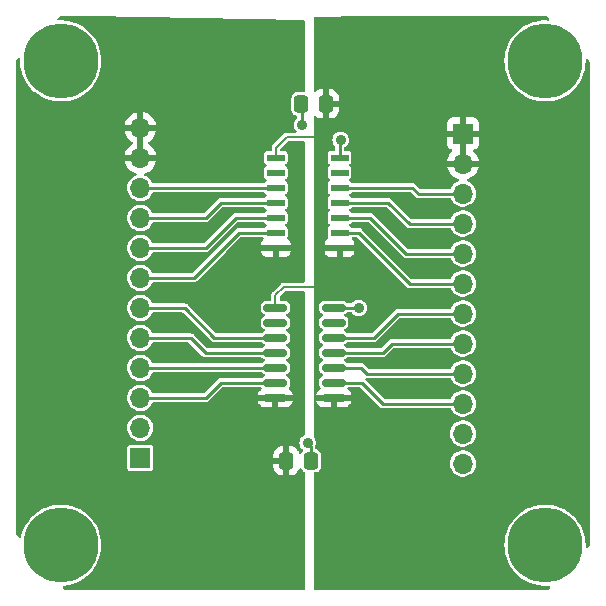
<source format=gtl>
G04 #@! TF.GenerationSoftware,KiCad,Pcbnew,(6.0.1)*
G04 #@! TF.CreationDate,2022-08-20T07:42:27-04:00*
G04 #@! TF.ProjectId,SH-LEV-01,53482d4c-4556-42d3-9031-2e6b69636164,1*
G04 #@! TF.SameCoordinates,Original*
G04 #@! TF.FileFunction,Copper,L1,Top*
G04 #@! TF.FilePolarity,Positive*
%FSLAX46Y46*%
G04 Gerber Fmt 4.6, Leading zero omitted, Abs format (unit mm)*
G04 Created by KiCad (PCBNEW (6.0.1)) date 2022-08-20 07:42:27*
%MOMM*%
%LPD*%
G01*
G04 APERTURE LIST*
G04 Aperture macros list*
%AMRoundRect*
0 Rectangle with rounded corners*
0 $1 Rounding radius*
0 $2 $3 $4 $5 $6 $7 $8 $9 X,Y pos of 4 corners*
0 Add a 4 corners polygon primitive as box body*
4,1,4,$2,$3,$4,$5,$6,$7,$8,$9,$2,$3,0*
0 Add four circle primitives for the rounded corners*
1,1,$1+$1,$2,$3*
1,1,$1+$1,$4,$5*
1,1,$1+$1,$6,$7*
1,1,$1+$1,$8,$9*
0 Add four rect primitives between the rounded corners*
20,1,$1+$1,$2,$3,$4,$5,0*
20,1,$1+$1,$4,$5,$6,$7,0*
20,1,$1+$1,$6,$7,$8,$9,0*
20,1,$1+$1,$8,$9,$2,$3,0*%
G04 Aperture macros list end*
G04 #@! TA.AperFunction,ComponentPad*
%ADD10C,6.350000*%
G04 #@! TD*
G04 #@! TA.AperFunction,SMDPad,CuDef*
%ADD11RoundRect,0.150000X0.825000X0.150000X-0.825000X0.150000X-0.825000X-0.150000X0.825000X-0.150000X0*%
G04 #@! TD*
G04 #@! TA.AperFunction,SMDPad,CuDef*
%ADD12R,1.500000X0.600000*%
G04 #@! TD*
G04 #@! TA.AperFunction,ComponentPad*
%ADD13R,1.700000X1.700000*%
G04 #@! TD*
G04 #@! TA.AperFunction,ComponentPad*
%ADD14O,1.700000X1.700000*%
G04 #@! TD*
G04 #@! TA.AperFunction,SMDPad,CuDef*
%ADD15RoundRect,0.250000X-0.337500X-0.475000X0.337500X-0.475000X0.337500X0.475000X-0.337500X0.475000X0*%
G04 #@! TD*
G04 #@! TA.AperFunction,SMDPad,CuDef*
%ADD16RoundRect,0.250000X0.337500X0.475000X-0.337500X0.475000X-0.337500X-0.475000X0.337500X-0.475000X0*%
G04 #@! TD*
G04 #@! TA.AperFunction,ViaPad*
%ADD17C,0.889000*%
G04 #@! TD*
G04 #@! TA.AperFunction,Conductor*
%ADD18C,0.254000*%
G04 #@! TD*
G04 #@! TA.AperFunction,Conductor*
%ADD19C,0.203200*%
G04 #@! TD*
G04 APERTURE END LIST*
D10*
X14000000Y-55000000D03*
X55000000Y-55000000D03*
X55000000Y-14000000D03*
X14000000Y-14000000D03*
D11*
X37120600Y-42499600D03*
X37120600Y-41229600D03*
X37120600Y-39959600D03*
X37120600Y-38689600D03*
X37120600Y-37419600D03*
X37120600Y-36149600D03*
X37120600Y-34879600D03*
X32170600Y-34879600D03*
X32170600Y-36149600D03*
X32170600Y-37419600D03*
X32170600Y-38689600D03*
X32170600Y-39959600D03*
X32170600Y-41229600D03*
X32170600Y-42499600D03*
D12*
X37599600Y-29799600D03*
X37599600Y-28529600D03*
X37599600Y-27259600D03*
X37599600Y-25989600D03*
X37599600Y-24719600D03*
X37599600Y-23449600D03*
X37599600Y-22179600D03*
X32199600Y-22179600D03*
X32199600Y-23449600D03*
X32199600Y-24719600D03*
X32199600Y-25989600D03*
X32199600Y-27259600D03*
X32199600Y-28529600D03*
X32199600Y-29799600D03*
D13*
X20732600Y-47604600D03*
D14*
X20732600Y-45064600D03*
X20732600Y-42524600D03*
X20732600Y-39984600D03*
X20732600Y-37444600D03*
X20732600Y-34904600D03*
X20732600Y-32364600D03*
X20732600Y-29824600D03*
X20732600Y-27284600D03*
X20732600Y-24744600D03*
X20732600Y-22204600D03*
X20732600Y-19664600D03*
D15*
X33100100Y-47853600D03*
X35175100Y-47853600D03*
D13*
X48050600Y-20142600D03*
D14*
X48050600Y-22682600D03*
X48050600Y-25222600D03*
X48050600Y-27762600D03*
X48050600Y-30302600D03*
X48050600Y-32842600D03*
X48050600Y-35382600D03*
X48050600Y-37922600D03*
X48050600Y-40462600D03*
X48050600Y-43002600D03*
X48050600Y-45542600D03*
X48050600Y-48082600D03*
D16*
X36445100Y-17627600D03*
X34370100Y-17627600D03*
D17*
X34899600Y-46329600D03*
X39217600Y-34899600D03*
X37693600Y-20675600D03*
X34413100Y-19384100D03*
D18*
X35175100Y-46605100D02*
X34899600Y-46329600D01*
X35175100Y-47853600D02*
X35175100Y-46605100D01*
X39197600Y-34879600D02*
X39217600Y-34899600D01*
X34413100Y-17881600D02*
X34413100Y-19384100D01*
X37120600Y-34879600D02*
X39197600Y-34879600D01*
X37599600Y-22179600D02*
X37599600Y-20835600D01*
X37599600Y-20769600D02*
X37693600Y-20675600D01*
X37599600Y-20835600D02*
X37599600Y-20769600D01*
D19*
X32170600Y-34879600D02*
X32170600Y-33818600D01*
X32199600Y-22179600D02*
X32199600Y-21343600D01*
X32170600Y-33818600D02*
X32867600Y-33121600D01*
X32199600Y-21343600D02*
X33121600Y-20421600D01*
X33121600Y-20421600D02*
X35915600Y-20421600D01*
X32867600Y-33121600D02*
X35915600Y-33121600D01*
D18*
X32170600Y-41229600D02*
X27553600Y-41229600D01*
X20732600Y-42524600D02*
X26258600Y-42524600D01*
X27553600Y-41229600D02*
X26258600Y-42524600D01*
X25521600Y-39959600D02*
X25496600Y-39984600D01*
X32170600Y-39959600D02*
X25521600Y-39959600D01*
X25496600Y-39984600D02*
X20732600Y-39984600D01*
X20732600Y-37444600D02*
X24998600Y-37444600D01*
X26263600Y-38709600D02*
X32150600Y-38709600D01*
X24998600Y-37444600D02*
X26263600Y-38709600D01*
X27005600Y-37419600D02*
X24490600Y-34904600D01*
X32170600Y-37419600D02*
X27005600Y-37419600D01*
X24490600Y-34904600D02*
X20732600Y-34904600D01*
X29077600Y-28529600D02*
X25242600Y-32364600D01*
X32199600Y-28529600D02*
X29077600Y-28529600D01*
X25242600Y-32364600D02*
X20732600Y-32364600D01*
X20732600Y-29824600D02*
X26258600Y-29824600D01*
X28823600Y-27259600D02*
X32199600Y-27259600D01*
X26258600Y-29824600D02*
X28823600Y-27259600D01*
X20732600Y-27284600D02*
X26258600Y-27284600D01*
X26258600Y-27284600D02*
X27553600Y-25989600D01*
X32199600Y-25989600D02*
X27553600Y-25989600D01*
X32199600Y-24719600D02*
X20757600Y-24719600D01*
X48050600Y-25222600D02*
X44272600Y-25222600D01*
X44297600Y-25247600D02*
X43769600Y-24719600D01*
X37599600Y-24719600D02*
X43769600Y-24719600D01*
X48050600Y-27762600D02*
X43510600Y-27762600D01*
X37599600Y-25989600D02*
X41737600Y-25989600D01*
X43535600Y-27787600D02*
X41737600Y-25989600D01*
X48050600Y-30302600D02*
X43256600Y-30302600D01*
X43256600Y-30302600D02*
X40213600Y-27259600D01*
X37599600Y-27259600D02*
X40213600Y-27259600D01*
X37599600Y-28529600D02*
X39237600Y-28529600D01*
X48050600Y-32842600D02*
X43550600Y-32842600D01*
X43550600Y-32842600D02*
X39237600Y-28529600D01*
X48050600Y-35382600D02*
X42544600Y-35382600D01*
X40507600Y-37419600D02*
X37120600Y-37419600D01*
X42544600Y-35382600D02*
X40507600Y-37419600D01*
X37120600Y-38689600D02*
X41269600Y-38689600D01*
X42036600Y-37922600D02*
X48050600Y-37922600D01*
X41269600Y-38689600D02*
X42036600Y-37922600D01*
X37120600Y-39959600D02*
X39451600Y-39959600D01*
X39451600Y-39959600D02*
X39954600Y-40462600D01*
X48050600Y-40462600D02*
X39954600Y-40462600D01*
X48050600Y-43002600D02*
X41264600Y-43002600D01*
X37120600Y-41229600D02*
X39491600Y-41229600D01*
X41264600Y-43002600D02*
X39491600Y-41229600D01*
G04 #@! TA.AperFunction,Conductor*
G36*
X16482643Y-10203215D02*
G01*
X34546730Y-10513900D01*
X34605522Y-10534127D01*
X34641197Y-10585048D01*
X34645600Y-10614485D01*
X34645600Y-16547500D01*
X34626387Y-16606631D01*
X34576087Y-16643176D01*
X34545000Y-16648100D01*
X33984844Y-16648100D01*
X33982150Y-16648393D01*
X33982144Y-16648393D01*
X33957682Y-16651051D01*
X33923152Y-16654802D01*
X33787836Y-16705529D01*
X33672196Y-16792196D01*
X33585529Y-16907836D01*
X33534802Y-17043152D01*
X33528100Y-17104844D01*
X33528100Y-18150356D01*
X33534802Y-18212048D01*
X33585529Y-18347364D01*
X33672196Y-18463004D01*
X33787836Y-18549671D01*
X33923152Y-18600398D01*
X33939962Y-18602224D01*
X33941865Y-18602431D01*
X33998576Y-18627918D01*
X34029474Y-18681871D01*
X34031600Y-18702443D01*
X34031600Y-18743524D01*
X34012387Y-18802655D01*
X33997132Y-18819332D01*
X33894400Y-18908951D01*
X33894396Y-18908955D01*
X33889826Y-18912942D01*
X33886338Y-18917905D01*
X33886337Y-18917906D01*
X33831963Y-18995273D01*
X33792544Y-19051361D01*
X33731088Y-19208989D01*
X33709005Y-19376726D01*
X33709670Y-19382748D01*
X33726904Y-19538862D01*
X33726905Y-19538866D01*
X33727570Y-19544890D01*
X33785712Y-19703770D01*
X33880074Y-19844196D01*
X33898224Y-19860711D01*
X33930954Y-19890493D01*
X33961759Y-19944499D01*
X33954936Y-20006298D01*
X33913092Y-20052284D01*
X33863249Y-20065500D01*
X33170325Y-20065500D01*
X33149150Y-20063246D01*
X33146735Y-20062726D01*
X33138607Y-20060976D01*
X33130352Y-20061953D01*
X33106273Y-20064803D01*
X33100302Y-20065155D01*
X33100302Y-20065158D01*
X33096163Y-20065500D01*
X33092016Y-20065500D01*
X33087928Y-20066180D01*
X33087921Y-20066181D01*
X33073759Y-20068538D01*
X33069069Y-20069206D01*
X33029138Y-20073932D01*
X33029136Y-20073933D01*
X33020878Y-20074910D01*
X33013774Y-20078321D01*
X33012430Y-20078747D01*
X33004658Y-20080040D01*
X32961967Y-20103075D01*
X32957745Y-20105226D01*
X32919715Y-20123488D01*
X32919712Y-20123490D01*
X32914010Y-20126228D01*
X32910000Y-20129599D01*
X32908460Y-20131139D01*
X32907170Y-20132322D01*
X32906118Y-20133210D01*
X32900326Y-20136335D01*
X32894683Y-20142440D01*
X32894680Y-20142442D01*
X32865751Y-20173738D01*
X32863013Y-20176586D01*
X31982251Y-21057348D01*
X31965686Y-21070725D01*
X31956626Y-21076575D01*
X31951477Y-21083107D01*
X31936473Y-21102139D01*
X31932497Y-21106613D01*
X31932499Y-21106615D01*
X31929814Y-21109784D01*
X31926880Y-21112718D01*
X31916086Y-21127822D01*
X31913293Y-21131543D01*
X31883232Y-21169675D01*
X31880622Y-21177107D01*
X31879971Y-21178360D01*
X31875390Y-21184771D01*
X31861477Y-21231294D01*
X31860032Y-21235738D01*
X31843952Y-21281529D01*
X31843500Y-21286748D01*
X31843500Y-21288915D01*
X31843424Y-21290675D01*
X31843308Y-21292050D01*
X31841423Y-21298352D01*
X31841750Y-21306665D01*
X31843422Y-21349234D01*
X31843500Y-21353183D01*
X31843500Y-21524501D01*
X31824287Y-21583632D01*
X31773987Y-21620177D01*
X31742900Y-21625101D01*
X31424534Y-21625101D01*
X31389052Y-21632158D01*
X31360016Y-21637933D01*
X31360014Y-21637934D01*
X31350299Y-21639866D01*
X31266116Y-21696116D01*
X31209866Y-21780299D01*
X31195100Y-21854533D01*
X31195101Y-22504666D01*
X31209866Y-22578901D01*
X31215369Y-22587136D01*
X31215369Y-22587137D01*
X31260612Y-22654847D01*
X31266116Y-22663084D01*
X31350299Y-22719334D01*
X31360018Y-22721267D01*
X31360959Y-22721657D01*
X31408237Y-22762035D01*
X31422753Y-22822491D01*
X31398961Y-22879933D01*
X31360959Y-22907543D01*
X31360017Y-22907933D01*
X31350299Y-22909866D01*
X31266116Y-22966116D01*
X31209866Y-23050299D01*
X31195100Y-23124533D01*
X31195101Y-23774666D01*
X31209866Y-23848901D01*
X31215369Y-23857136D01*
X31215369Y-23857137D01*
X31218702Y-23862125D01*
X31266116Y-23933084D01*
X31350299Y-23989334D01*
X31360018Y-23991267D01*
X31360959Y-23991657D01*
X31408237Y-24032035D01*
X31422753Y-24092491D01*
X31398961Y-24149933D01*
X31360959Y-24177543D01*
X31360017Y-24177933D01*
X31350299Y-24179866D01*
X31266116Y-24236116D01*
X31260612Y-24244353D01*
X31260611Y-24244354D01*
X31227846Y-24293390D01*
X31179019Y-24331882D01*
X31144200Y-24338100D01*
X21826283Y-24338100D01*
X21767152Y-24318887D01*
X21736058Y-24281994D01*
X21680419Y-24169168D01*
X21680412Y-24169156D01*
X21678376Y-24165028D01*
X21556920Y-24002379D01*
X21407858Y-23864587D01*
X21403962Y-23862129D01*
X21403957Y-23862125D01*
X21265343Y-23774667D01*
X21236181Y-23756267D01*
X21096563Y-23700565D01*
X21048761Y-23660809D01*
X21033456Y-23600547D01*
X21056496Y-23542799D01*
X21104932Y-23510770D01*
X21225842Y-23474495D01*
X21233517Y-23471487D01*
X21426622Y-23376885D01*
X21433705Y-23372663D01*
X21608768Y-23247792D01*
X21615063Y-23242473D01*
X21767394Y-23090672D01*
X21772718Y-23084416D01*
X21898215Y-22909768D01*
X21902451Y-22902718D01*
X21997734Y-22709929D01*
X22000765Y-22702275D01*
X22063280Y-22496514D01*
X22065019Y-22488468D01*
X22066871Y-22474399D01*
X22064401Y-22461070D01*
X22063078Y-22459814D01*
X22057712Y-22458600D01*
X19413643Y-22458600D01*
X19401114Y-22462671D01*
X19400690Y-22471823D01*
X19431394Y-22608066D01*
X19433853Y-22615911D01*
X19514763Y-22815169D01*
X19518468Y-22822506D01*
X19630836Y-23005874D01*
X19635693Y-23012509D01*
X19776500Y-23175061D01*
X19782375Y-23180814D01*
X19947834Y-23318181D01*
X19954584Y-23322907D01*
X20140252Y-23431403D01*
X20147675Y-23434959D01*
X20348572Y-23511674D01*
X20354290Y-23513335D01*
X20405715Y-23548280D01*
X20426778Y-23606778D01*
X20409435Y-23666484D01*
X20361047Y-23704324D01*
X20259394Y-23741826D01*
X20259392Y-23741827D01*
X20255063Y-23743424D01*
X20080610Y-23847212D01*
X20077144Y-23850251D01*
X20077142Y-23850253D01*
X19931459Y-23978014D01*
X19931456Y-23978017D01*
X19927992Y-23981055D01*
X19925139Y-23984674D01*
X19925138Y-23984675D01*
X19865156Y-24060762D01*
X19802320Y-24140469D01*
X19707803Y-24320115D01*
X19647607Y-24513978D01*
X19623748Y-24715564D01*
X19637024Y-24918122D01*
X19638157Y-24922583D01*
X19685548Y-25109182D01*
X19686992Y-25114869D01*
X19771977Y-25299216D01*
X19889133Y-25464989D01*
X20034538Y-25606635D01*
X20038374Y-25609198D01*
X20038375Y-25609199D01*
X20108117Y-25655799D01*
X20203320Y-25719412D01*
X20207556Y-25721232D01*
X20207558Y-25721233D01*
X20385589Y-25797721D01*
X20389828Y-25799542D01*
X20487761Y-25821702D01*
X20583316Y-25843324D01*
X20583319Y-25843324D01*
X20587816Y-25844342D01*
X20689235Y-25848327D01*
X20786044Y-25852131D01*
X20786045Y-25852131D01*
X20790653Y-25852312D01*
X20795210Y-25851651D01*
X20795215Y-25851651D01*
X20891099Y-25837748D01*
X20991545Y-25823184D01*
X21183765Y-25757934D01*
X21360876Y-25658747D01*
X21370693Y-25650583D01*
X21513398Y-25531895D01*
X21516945Y-25528945D01*
X21540509Y-25500612D01*
X21643799Y-25376421D01*
X21643801Y-25376418D01*
X21646747Y-25372876D01*
X21745934Y-25195765D01*
X21754896Y-25169363D01*
X21792096Y-25119546D01*
X21850157Y-25101100D01*
X31144200Y-25101100D01*
X31203331Y-25120313D01*
X31227846Y-25145810D01*
X31258309Y-25191400D01*
X31266116Y-25203084D01*
X31350299Y-25259334D01*
X31360018Y-25261267D01*
X31360959Y-25261657D01*
X31408237Y-25302035D01*
X31422753Y-25362491D01*
X31398961Y-25419933D01*
X31360959Y-25447543D01*
X31360017Y-25447933D01*
X31350299Y-25449866D01*
X31266116Y-25506116D01*
X31260612Y-25514353D01*
X31260611Y-25514354D01*
X31227846Y-25563390D01*
X31179019Y-25601882D01*
X31144200Y-25608100D01*
X27605037Y-25608100D01*
X27583864Y-25605847D01*
X27579945Y-25605003D01*
X27579944Y-25605003D01*
X27571820Y-25603254D01*
X27543254Y-25606635D01*
X27536765Y-25607403D01*
X27528825Y-25607871D01*
X27526055Y-25608100D01*
X27521908Y-25608100D01*
X27517818Y-25608781D01*
X27517816Y-25608781D01*
X27502170Y-25611385D01*
X27497477Y-25612053D01*
X27453946Y-25617205D01*
X27453945Y-25617205D01*
X27445693Y-25618182D01*
X27438684Y-25621548D01*
X27435983Y-25622402D01*
X27428317Y-25623678D01*
X27382419Y-25648444D01*
X27378230Y-25650578D01*
X27331202Y-25673160D01*
X27326908Y-25676769D01*
X27325375Y-25678302D01*
X27324458Y-25679143D01*
X27322572Y-25680735D01*
X27316543Y-25683988D01*
X27310898Y-25690095D01*
X27279428Y-25724139D01*
X27276690Y-25726987D01*
X26130042Y-26873635D01*
X26074644Y-26901861D01*
X26058907Y-26903100D01*
X21838611Y-26903100D01*
X21779480Y-26883887D01*
X21748385Y-26846994D01*
X21741677Y-26833390D01*
X21678376Y-26705028D01*
X21556920Y-26542379D01*
X21407858Y-26404587D01*
X21403962Y-26402129D01*
X21403957Y-26402125D01*
X21265343Y-26314667D01*
X21236181Y-26296267D01*
X21047639Y-26221046D01*
X20848546Y-26181444D01*
X20747058Y-26180115D01*
X20650185Y-26178847D01*
X20650181Y-26178847D01*
X20645571Y-26178787D01*
X20445510Y-26213164D01*
X20441188Y-26214758D01*
X20441186Y-26214759D01*
X20259391Y-26281827D01*
X20259388Y-26281828D01*
X20255063Y-26283424D01*
X20080610Y-26387212D01*
X20077144Y-26390251D01*
X20077142Y-26390253D01*
X19931459Y-26518014D01*
X19931456Y-26518017D01*
X19927992Y-26521055D01*
X19925139Y-26524674D01*
X19925138Y-26524675D01*
X19865156Y-26600762D01*
X19802320Y-26680469D01*
X19707803Y-26860115D01*
X19689027Y-26920583D01*
X19678499Y-26954491D01*
X19647607Y-27053978D01*
X19623748Y-27255564D01*
X19637024Y-27458122D01*
X19638157Y-27462583D01*
X19685548Y-27649182D01*
X19686992Y-27654869D01*
X19771977Y-27839216D01*
X19889133Y-28004989D01*
X20034538Y-28146635D01*
X20038374Y-28149198D01*
X20038375Y-28149199D01*
X20108117Y-28195799D01*
X20203320Y-28259412D01*
X20207556Y-28261232D01*
X20207558Y-28261233D01*
X20385589Y-28337721D01*
X20389828Y-28339542D01*
X20487761Y-28361702D01*
X20583316Y-28383324D01*
X20583319Y-28383324D01*
X20587816Y-28384342D01*
X20689234Y-28388327D01*
X20786044Y-28392131D01*
X20786045Y-28392131D01*
X20790653Y-28392312D01*
X20795210Y-28391651D01*
X20795215Y-28391651D01*
X20891099Y-28377748D01*
X20991545Y-28363184D01*
X21183765Y-28297934D01*
X21360876Y-28198747D01*
X21370693Y-28190583D01*
X21513398Y-28071895D01*
X21516945Y-28068945D01*
X21540509Y-28040612D01*
X21643799Y-27916421D01*
X21643801Y-27916418D01*
X21646747Y-27912876D01*
X21745934Y-27735765D01*
X21747415Y-27731401D01*
X21749293Y-27727184D01*
X21751152Y-27728012D01*
X21783615Y-27684543D01*
X21841671Y-27666100D01*
X26207167Y-27666100D01*
X26228339Y-27668353D01*
X26232254Y-27669196D01*
X26232256Y-27669196D01*
X26240380Y-27670945D01*
X26275428Y-27666797D01*
X26283388Y-27666328D01*
X26286147Y-27666100D01*
X26290292Y-27666100D01*
X26294380Y-27665420D01*
X26294387Y-27665419D01*
X26310033Y-27662815D01*
X26314724Y-27662147D01*
X26358254Y-27656995D01*
X26358255Y-27656995D01*
X26366507Y-27656018D01*
X26373516Y-27652652D01*
X26376217Y-27651798D01*
X26383883Y-27650522D01*
X26429781Y-27625756D01*
X26433970Y-27623622D01*
X26448150Y-27616813D01*
X26475293Y-27603780D01*
X26475296Y-27603778D01*
X26480998Y-27601040D01*
X26485292Y-27597430D01*
X26486837Y-27595885D01*
X26487732Y-27595064D01*
X26489624Y-27593467D01*
X26495657Y-27590212D01*
X26532785Y-27550047D01*
X26535523Y-27547199D01*
X27682157Y-26400565D01*
X27737555Y-26372339D01*
X27753292Y-26371100D01*
X31144200Y-26371100D01*
X31203331Y-26390313D01*
X31227846Y-26415810D01*
X31266116Y-26473084D01*
X31350299Y-26529334D01*
X31360018Y-26531267D01*
X31360959Y-26531657D01*
X31408237Y-26572035D01*
X31422753Y-26632491D01*
X31398961Y-26689933D01*
X31360959Y-26717543D01*
X31360017Y-26717933D01*
X31350299Y-26719866D01*
X31266116Y-26776116D01*
X31260612Y-26784353D01*
X31260611Y-26784354D01*
X31227846Y-26833390D01*
X31179019Y-26871882D01*
X31144200Y-26878100D01*
X28875037Y-26878100D01*
X28853864Y-26875847D01*
X28849945Y-26875003D01*
X28849944Y-26875003D01*
X28841820Y-26873254D01*
X28806765Y-26877403D01*
X28798825Y-26877871D01*
X28796055Y-26878100D01*
X28791908Y-26878100D01*
X28787818Y-26878781D01*
X28787816Y-26878781D01*
X28772170Y-26881385D01*
X28767477Y-26882053D01*
X28723946Y-26887205D01*
X28723945Y-26887205D01*
X28715693Y-26888182D01*
X28708684Y-26891548D01*
X28705983Y-26892402D01*
X28698317Y-26893678D01*
X28652419Y-26918444D01*
X28648230Y-26920578D01*
X28601202Y-26943160D01*
X28596908Y-26946769D01*
X28595375Y-26948302D01*
X28594458Y-26949143D01*
X28592572Y-26950735D01*
X28586543Y-26953988D01*
X28580898Y-26960095D01*
X28549428Y-26994139D01*
X28546690Y-26996987D01*
X26130042Y-29413635D01*
X26074644Y-29441861D01*
X26058907Y-29443100D01*
X21838611Y-29443100D01*
X21779480Y-29423887D01*
X21748385Y-29386994D01*
X21746656Y-29383486D01*
X21678376Y-29245028D01*
X21556920Y-29082379D01*
X21407858Y-28944587D01*
X21403962Y-28942129D01*
X21403957Y-28942125D01*
X21265343Y-28854667D01*
X21236181Y-28836267D01*
X21047639Y-28761046D01*
X20848546Y-28721444D01*
X20747059Y-28720116D01*
X20650185Y-28718847D01*
X20650181Y-28718847D01*
X20645571Y-28718787D01*
X20445510Y-28753164D01*
X20441188Y-28754758D01*
X20441186Y-28754759D01*
X20259391Y-28821827D01*
X20259388Y-28821828D01*
X20255063Y-28823424D01*
X20080610Y-28927212D01*
X20077144Y-28930251D01*
X20077142Y-28930253D01*
X19931459Y-29058014D01*
X19931456Y-29058017D01*
X19927992Y-29061055D01*
X19925139Y-29064674D01*
X19925138Y-29064675D01*
X19909825Y-29084100D01*
X19802320Y-29220469D01*
X19707803Y-29400115D01*
X19706436Y-29404518D01*
X19663574Y-29542557D01*
X19647607Y-29593978D01*
X19623748Y-29795564D01*
X19637024Y-29998122D01*
X19638157Y-30002583D01*
X19679602Y-30165770D01*
X19686992Y-30194869D01*
X19771977Y-30379216D01*
X19889133Y-30544989D01*
X20034538Y-30686635D01*
X20203320Y-30799412D01*
X20207556Y-30801232D01*
X20207558Y-30801233D01*
X20385589Y-30877721D01*
X20389828Y-30879542D01*
X20487761Y-30901702D01*
X20583316Y-30923324D01*
X20583319Y-30923324D01*
X20587816Y-30924342D01*
X20689235Y-30928327D01*
X20786044Y-30932131D01*
X20786045Y-30932131D01*
X20790653Y-30932312D01*
X20795210Y-30931651D01*
X20795215Y-30931651D01*
X20891099Y-30917748D01*
X20991545Y-30903184D01*
X21183765Y-30837934D01*
X21360876Y-30738747D01*
X21423534Y-30686635D01*
X21513398Y-30611895D01*
X21516945Y-30608945D01*
X21564066Y-30552289D01*
X21643799Y-30456421D01*
X21643801Y-30456418D01*
X21646747Y-30452876D01*
X21745934Y-30275765D01*
X21747415Y-30271401D01*
X21749293Y-30267184D01*
X21751152Y-30268012D01*
X21783615Y-30224543D01*
X21841671Y-30206100D01*
X26207167Y-30206100D01*
X26228339Y-30208353D01*
X26232254Y-30209196D01*
X26232256Y-30209196D01*
X26240380Y-30210945D01*
X26275428Y-30206797D01*
X26283388Y-30206328D01*
X26286147Y-30206100D01*
X26290292Y-30206100D01*
X26294380Y-30205420D01*
X26294387Y-30205419D01*
X26310033Y-30202815D01*
X26314724Y-30202147D01*
X26358254Y-30196995D01*
X26358255Y-30196995D01*
X26366507Y-30196018D01*
X26373516Y-30192652D01*
X26376217Y-30191798D01*
X26383883Y-30190522D01*
X26429781Y-30165756D01*
X26433970Y-30163622D01*
X26448150Y-30156813D01*
X26475293Y-30143780D01*
X26475296Y-30143778D01*
X26480998Y-30141040D01*
X26485292Y-30137430D01*
X26486837Y-30135885D01*
X26487732Y-30135064D01*
X26489624Y-30133467D01*
X26495657Y-30130212D01*
X26532785Y-30090047D01*
X26535523Y-30087199D01*
X28952157Y-27670565D01*
X29007555Y-27642339D01*
X29023292Y-27641100D01*
X31144200Y-27641100D01*
X31203331Y-27660313D01*
X31227846Y-27685810D01*
X31255492Y-27727184D01*
X31266116Y-27743084D01*
X31350299Y-27799334D01*
X31360018Y-27801267D01*
X31360959Y-27801657D01*
X31408237Y-27842035D01*
X31422753Y-27902491D01*
X31398961Y-27959933D01*
X31360959Y-27987543D01*
X31360017Y-27987933D01*
X31350299Y-27989866D01*
X31266116Y-28046116D01*
X31260612Y-28054353D01*
X31260611Y-28054354D01*
X31227846Y-28103390D01*
X31179019Y-28141882D01*
X31144200Y-28148100D01*
X29129033Y-28148100D01*
X29107861Y-28145847D01*
X29103946Y-28145004D01*
X29103944Y-28145004D01*
X29095820Y-28143255D01*
X29073919Y-28145847D01*
X29060771Y-28147403D01*
X29052812Y-28147872D01*
X29050053Y-28148100D01*
X29045908Y-28148100D01*
X29041820Y-28148780D01*
X29041813Y-28148781D01*
X29026167Y-28151385D01*
X29021476Y-28152053D01*
X28977946Y-28157205D01*
X28977945Y-28157205D01*
X28969693Y-28158182D01*
X28962684Y-28161548D01*
X28959983Y-28162402D01*
X28952317Y-28163678D01*
X28906419Y-28188444D01*
X28902230Y-28190578D01*
X28891357Y-28195799D01*
X28860907Y-28210420D01*
X28860904Y-28210422D01*
X28855202Y-28213160D01*
X28850908Y-28216770D01*
X28849366Y-28218312D01*
X28848461Y-28219142D01*
X28846575Y-28220733D01*
X28840543Y-28223988D01*
X28834901Y-28230092D01*
X28834899Y-28230093D01*
X28803415Y-28264152D01*
X28800678Y-28266999D01*
X25114042Y-31953635D01*
X25058644Y-31981861D01*
X25042907Y-31983100D01*
X21838611Y-31983100D01*
X21779480Y-31963887D01*
X21748385Y-31926994D01*
X21680413Y-31789159D01*
X21678376Y-31785028D01*
X21556920Y-31622379D01*
X21407858Y-31484587D01*
X21403962Y-31482129D01*
X21403957Y-31482125D01*
X21322020Y-31430427D01*
X21236181Y-31376267D01*
X21047639Y-31301046D01*
X20848546Y-31261444D01*
X20747058Y-31260115D01*
X20650185Y-31258847D01*
X20650181Y-31258847D01*
X20645571Y-31258787D01*
X20445510Y-31293164D01*
X20441188Y-31294758D01*
X20441186Y-31294759D01*
X20259391Y-31361827D01*
X20259388Y-31361828D01*
X20255063Y-31363424D01*
X20080610Y-31467212D01*
X20077144Y-31470251D01*
X20077142Y-31470253D01*
X19931459Y-31598014D01*
X19931456Y-31598017D01*
X19927992Y-31601055D01*
X19802320Y-31760469D01*
X19707803Y-31940115D01*
X19647607Y-32133978D01*
X19623748Y-32335564D01*
X19637024Y-32538122D01*
X19638157Y-32542583D01*
X19679602Y-32705770D01*
X19686992Y-32734869D01*
X19771977Y-32919216D01*
X19889133Y-33084989D01*
X20034538Y-33226635D01*
X20203320Y-33339412D01*
X20207556Y-33341232D01*
X20207558Y-33341233D01*
X20360321Y-33406865D01*
X20389828Y-33419542D01*
X20487761Y-33441702D01*
X20583316Y-33463324D01*
X20583319Y-33463324D01*
X20587816Y-33464342D01*
X20689234Y-33468327D01*
X20786044Y-33472131D01*
X20786045Y-33472131D01*
X20790653Y-33472312D01*
X20795210Y-33471651D01*
X20795215Y-33471651D01*
X20891099Y-33457748D01*
X20991545Y-33443184D01*
X21183765Y-33377934D01*
X21360876Y-33278747D01*
X21423534Y-33226635D01*
X21513398Y-33151895D01*
X21516945Y-33148945D01*
X21563246Y-33093274D01*
X21643799Y-32996421D01*
X21643801Y-32996418D01*
X21646747Y-32992876D01*
X21745934Y-32815765D01*
X21747415Y-32811401D01*
X21749293Y-32807184D01*
X21751152Y-32808012D01*
X21783615Y-32764543D01*
X21841671Y-32746100D01*
X25191167Y-32746100D01*
X25212339Y-32748353D01*
X25216254Y-32749196D01*
X25216256Y-32749196D01*
X25224380Y-32750945D01*
X25259428Y-32746797D01*
X25267388Y-32746328D01*
X25270147Y-32746100D01*
X25274292Y-32746100D01*
X25278380Y-32745420D01*
X25278387Y-32745419D01*
X25294033Y-32742815D01*
X25298724Y-32742147D01*
X25342254Y-32736995D01*
X25342255Y-32736995D01*
X25350507Y-32736018D01*
X25357516Y-32732652D01*
X25360217Y-32731798D01*
X25367883Y-32730522D01*
X25413781Y-32705756D01*
X25417970Y-32703622D01*
X25432150Y-32696813D01*
X25459293Y-32683780D01*
X25459296Y-32683778D01*
X25464998Y-32681040D01*
X25469292Y-32677430D01*
X25470834Y-32675888D01*
X25471739Y-32675058D01*
X25473625Y-32673467D01*
X25479657Y-32670212D01*
X25516785Y-32630048D01*
X25519522Y-32627201D01*
X28001756Y-30144967D01*
X30941601Y-30144967D01*
X30941895Y-30150391D01*
X30947667Y-30203539D01*
X30950562Y-30215712D01*
X30996911Y-30339349D01*
X31003728Y-30351799D01*
X31082398Y-30456769D01*
X31092431Y-30466802D01*
X31197401Y-30545472D01*
X31209851Y-30552289D01*
X31333486Y-30598638D01*
X31345662Y-30601533D01*
X31398809Y-30607306D01*
X31404232Y-30607600D01*
X31929667Y-30607600D01*
X31942557Y-30603412D01*
X31945600Y-30599223D01*
X31945600Y-30591666D01*
X32453600Y-30591666D01*
X32457788Y-30604556D01*
X32461977Y-30607599D01*
X32994967Y-30607599D01*
X33000391Y-30607305D01*
X33053539Y-30601533D01*
X33065712Y-30598638D01*
X33189349Y-30552289D01*
X33201799Y-30545472D01*
X33306769Y-30466802D01*
X33316802Y-30456769D01*
X33395472Y-30351799D01*
X33402289Y-30339349D01*
X33448638Y-30215714D01*
X33451533Y-30203538D01*
X33457306Y-30150391D01*
X33457600Y-30144968D01*
X33457600Y-30069533D01*
X33453412Y-30056643D01*
X33449223Y-30053600D01*
X32469533Y-30053600D01*
X32456643Y-30057788D01*
X32453600Y-30061977D01*
X32453600Y-30591666D01*
X31945600Y-30591666D01*
X31945600Y-30069533D01*
X31941412Y-30056643D01*
X31937223Y-30053600D01*
X30957534Y-30053600D01*
X30944644Y-30057788D01*
X30941601Y-30061977D01*
X30941601Y-30144967D01*
X28001756Y-30144967D01*
X29206158Y-28940565D01*
X29261556Y-28912339D01*
X29277293Y-28911100D01*
X31085734Y-28911100D01*
X31144865Y-28930313D01*
X31181410Y-28980613D01*
X31181410Y-29042787D01*
X31146066Y-29092201D01*
X31092431Y-29132398D01*
X31082398Y-29142431D01*
X31003728Y-29247401D01*
X30996911Y-29259851D01*
X30950562Y-29383486D01*
X30947667Y-29395662D01*
X30941894Y-29448809D01*
X30941600Y-29454232D01*
X30941600Y-29529667D01*
X30945788Y-29542557D01*
X30949977Y-29545600D01*
X33441666Y-29545600D01*
X33454556Y-29541412D01*
X33457599Y-29537223D01*
X33457599Y-29454233D01*
X33457305Y-29448809D01*
X33451533Y-29395661D01*
X33448638Y-29383488D01*
X33402289Y-29259851D01*
X33395472Y-29247401D01*
X33316802Y-29142431D01*
X33306768Y-29132397D01*
X33213734Y-29062672D01*
X33177939Y-29011835D01*
X33178861Y-28949668D01*
X33181123Y-28943675D01*
X33183831Y-28937136D01*
X33189334Y-28928901D01*
X33192629Y-28912339D01*
X33203135Y-28859519D01*
X33203135Y-28859518D01*
X33204100Y-28854667D01*
X33204099Y-28204534D01*
X33195973Y-28163678D01*
X33191267Y-28140016D01*
X33191266Y-28140014D01*
X33189334Y-28130299D01*
X33133084Y-28046116D01*
X33048901Y-27989866D01*
X33039182Y-27987933D01*
X33038241Y-27987543D01*
X32990963Y-27947165D01*
X32976447Y-27886709D01*
X33000239Y-27829267D01*
X33038241Y-27801657D01*
X33039183Y-27801267D01*
X33048901Y-27799334D01*
X33133084Y-27743084D01*
X33189334Y-27658901D01*
X33202032Y-27595064D01*
X33203135Y-27589519D01*
X33203135Y-27589518D01*
X33204100Y-27584667D01*
X33204099Y-26934534D01*
X33195973Y-26893678D01*
X33191267Y-26870016D01*
X33191266Y-26870014D01*
X33189334Y-26860299D01*
X33133084Y-26776116D01*
X33048901Y-26719866D01*
X33039182Y-26717933D01*
X33038241Y-26717543D01*
X32990963Y-26677165D01*
X32976447Y-26616709D01*
X33000239Y-26559267D01*
X33038241Y-26531657D01*
X33039183Y-26531267D01*
X33048901Y-26529334D01*
X33133084Y-26473084D01*
X33189334Y-26388901D01*
X33204100Y-26314667D01*
X33204099Y-25664534D01*
X33195973Y-25623678D01*
X33191267Y-25600016D01*
X33191266Y-25600014D01*
X33189334Y-25590299D01*
X33133084Y-25506116D01*
X33048901Y-25449866D01*
X33039182Y-25447933D01*
X33038241Y-25447543D01*
X32990963Y-25407165D01*
X32976447Y-25346709D01*
X33000239Y-25289267D01*
X33038241Y-25261657D01*
X33039183Y-25261267D01*
X33048901Y-25259334D01*
X33133084Y-25203084D01*
X33189334Y-25118901D01*
X33204100Y-25044667D01*
X33204099Y-24394534D01*
X33189334Y-24320299D01*
X33133084Y-24236116D01*
X33048901Y-24179866D01*
X33039182Y-24177933D01*
X33038241Y-24177543D01*
X32990963Y-24137165D01*
X32976447Y-24076709D01*
X33000239Y-24019267D01*
X33038241Y-23991657D01*
X33039183Y-23991267D01*
X33048901Y-23989334D01*
X33133084Y-23933084D01*
X33189334Y-23848901D01*
X33204100Y-23774667D01*
X33204099Y-23124534D01*
X33189334Y-23050299D01*
X33183830Y-23042061D01*
X33138588Y-22974353D01*
X33133084Y-22966116D01*
X33048901Y-22909866D01*
X33039182Y-22907933D01*
X33038241Y-22907543D01*
X32990963Y-22867165D01*
X32976447Y-22806709D01*
X33000239Y-22749267D01*
X33038241Y-22721657D01*
X33039183Y-22721267D01*
X33048901Y-22719334D01*
X33133084Y-22663084D01*
X33189334Y-22578901D01*
X33204100Y-22504667D01*
X33204099Y-21854534D01*
X33189334Y-21780299D01*
X33183830Y-21772061D01*
X33138588Y-21704353D01*
X33133084Y-21696116D01*
X33048901Y-21639866D01*
X33000361Y-21630211D01*
X32979519Y-21626065D01*
X32979518Y-21626065D01*
X32974667Y-21625100D01*
X32664571Y-21625100D01*
X32605440Y-21605887D01*
X32568895Y-21555587D01*
X32568895Y-21493413D01*
X32593436Y-21453365D01*
X32915221Y-21131581D01*
X33239637Y-20807165D01*
X33295035Y-20778939D01*
X33310772Y-20777700D01*
X34545000Y-20777700D01*
X34604131Y-20796913D01*
X34640676Y-20847213D01*
X34645600Y-20878300D01*
X34645600Y-32664900D01*
X34626387Y-32724031D01*
X34576087Y-32760576D01*
X34545000Y-32765500D01*
X32916325Y-32765500D01*
X32895150Y-32763246D01*
X32892735Y-32762726D01*
X32884607Y-32760976D01*
X32876352Y-32761953D01*
X32852273Y-32764803D01*
X32846302Y-32765155D01*
X32846302Y-32765158D01*
X32842163Y-32765500D01*
X32838016Y-32765500D01*
X32833928Y-32766180D01*
X32833921Y-32766181D01*
X32819759Y-32768538D01*
X32815069Y-32769206D01*
X32775138Y-32773932D01*
X32775136Y-32773933D01*
X32766878Y-32774910D01*
X32759774Y-32778321D01*
X32758430Y-32778747D01*
X32750658Y-32780040D01*
X32707967Y-32803075D01*
X32703745Y-32805226D01*
X32665715Y-32823488D01*
X32665712Y-32823490D01*
X32660010Y-32826228D01*
X32656000Y-32829599D01*
X32654460Y-32831139D01*
X32653170Y-32832322D01*
X32652118Y-32833210D01*
X32646326Y-32836335D01*
X32640683Y-32842440D01*
X32640680Y-32842442D01*
X32611751Y-32873738D01*
X32609013Y-32876586D01*
X31953251Y-33532348D01*
X31936686Y-33545725D01*
X31927626Y-33551575D01*
X31922477Y-33558107D01*
X31907473Y-33577139D01*
X31903497Y-33581613D01*
X31903499Y-33581615D01*
X31900814Y-33584784D01*
X31897880Y-33587718D01*
X31887086Y-33602822D01*
X31884293Y-33606543D01*
X31854232Y-33644675D01*
X31851622Y-33652107D01*
X31850971Y-33653360D01*
X31846390Y-33659771D01*
X31832477Y-33706294D01*
X31831032Y-33710738D01*
X31814952Y-33756529D01*
X31814500Y-33761748D01*
X31814500Y-33763915D01*
X31814424Y-33765675D01*
X31814308Y-33767050D01*
X31812423Y-33773352D01*
X31813527Y-33801444D01*
X31814422Y-33824234D01*
X31814500Y-33828183D01*
X31814500Y-34224500D01*
X31795287Y-34283631D01*
X31744987Y-34320176D01*
X31713900Y-34325100D01*
X31313766Y-34325100D01*
X31309873Y-34325717D01*
X31309868Y-34325717D01*
X31226865Y-34338863D01*
X31226862Y-34338864D01*
X31219045Y-34340102D01*
X31211990Y-34343697D01*
X31211989Y-34343697D01*
X31111930Y-34394680D01*
X31111929Y-34394681D01*
X31104877Y-34398274D01*
X31014274Y-34488877D01*
X31010681Y-34495929D01*
X31010680Y-34495930D01*
X30959697Y-34595989D01*
X30956102Y-34603045D01*
X30954864Y-34610862D01*
X30954863Y-34610865D01*
X30944143Y-34678552D01*
X30941100Y-34697766D01*
X30941100Y-35061434D01*
X30941717Y-35065327D01*
X30941717Y-35065332D01*
X30944450Y-35082583D01*
X30956102Y-35156155D01*
X31014274Y-35270323D01*
X31104877Y-35360926D01*
X31111929Y-35364519D01*
X31111930Y-35364520D01*
X31211991Y-35415504D01*
X31219045Y-35419098D01*
X31223791Y-35419850D01*
X31272817Y-35455470D01*
X31292029Y-35514601D01*
X31272815Y-35573732D01*
X31223791Y-35609350D01*
X31219045Y-35610102D01*
X31211992Y-35613696D01*
X31211991Y-35613696D01*
X31111930Y-35664680D01*
X31111929Y-35664681D01*
X31104877Y-35668274D01*
X31014274Y-35758877D01*
X31010681Y-35765929D01*
X31010680Y-35765930D01*
X30983768Y-35818747D01*
X30956102Y-35873045D01*
X30954864Y-35880862D01*
X30954863Y-35880865D01*
X30942241Y-35960560D01*
X30941100Y-35967766D01*
X30941100Y-36331434D01*
X30941717Y-36335327D01*
X30941717Y-36335332D01*
X30948958Y-36381046D01*
X30956102Y-36426155D01*
X30959697Y-36433210D01*
X30959697Y-36433211D01*
X30970574Y-36454557D01*
X31014274Y-36540323D01*
X31104877Y-36630926D01*
X31111929Y-36634519D01*
X31111930Y-36634520D01*
X31210364Y-36684675D01*
X31219045Y-36689098D01*
X31223791Y-36689850D01*
X31272817Y-36725470D01*
X31292029Y-36784601D01*
X31272815Y-36843732D01*
X31223791Y-36879350D01*
X31219045Y-36880102D01*
X31211992Y-36883696D01*
X31211991Y-36883696D01*
X31111930Y-36934680D01*
X31111929Y-36934681D01*
X31104877Y-36938274D01*
X31034516Y-37008635D01*
X30979118Y-37036861D01*
X30963381Y-37038100D01*
X27205292Y-37038100D01*
X27146161Y-37018887D01*
X27134157Y-37008635D01*
X24796728Y-34671205D01*
X24783349Y-34654639D01*
X24781180Y-34651280D01*
X24776671Y-34644296D01*
X24748956Y-34622447D01*
X24743016Y-34617169D01*
X24740894Y-34615371D01*
X24737952Y-34612429D01*
X24721673Y-34600796D01*
X24717882Y-34597950D01*
X24683460Y-34570814D01*
X24683461Y-34570814D01*
X24676930Y-34565666D01*
X24669596Y-34563090D01*
X24667075Y-34561781D01*
X24660757Y-34557266D01*
X24652794Y-34554885D01*
X24652793Y-34554884D01*
X24630107Y-34548100D01*
X24610811Y-34542329D01*
X24606333Y-34540874D01*
X24557098Y-34523584D01*
X24551509Y-34523100D01*
X24549344Y-34523100D01*
X24548095Y-34523046D01*
X24545641Y-34522838D01*
X24539076Y-34520875D01*
X24484439Y-34523022D01*
X24480489Y-34523100D01*
X21838611Y-34523100D01*
X21779480Y-34503887D01*
X21748385Y-34466994D01*
X21714497Y-34398274D01*
X21678376Y-34325028D01*
X21556920Y-34162379D01*
X21407858Y-34024587D01*
X21403962Y-34022129D01*
X21403957Y-34022125D01*
X21287489Y-33948640D01*
X21236181Y-33916267D01*
X21047639Y-33841046D01*
X20848546Y-33801444D01*
X20747058Y-33800115D01*
X20650185Y-33798847D01*
X20650181Y-33798847D01*
X20645571Y-33798787D01*
X20445510Y-33833164D01*
X20441188Y-33834758D01*
X20441186Y-33834759D01*
X20259391Y-33901827D01*
X20259388Y-33901828D01*
X20255063Y-33903424D01*
X20080610Y-34007212D01*
X20077144Y-34010251D01*
X20077142Y-34010253D01*
X19931459Y-34138014D01*
X19931456Y-34138017D01*
X19927992Y-34141055D01*
X19802320Y-34300469D01*
X19707803Y-34480115D01*
X19706436Y-34484518D01*
X19650819Y-34663635D01*
X19647607Y-34673978D01*
X19623748Y-34875564D01*
X19637024Y-35078122D01*
X19686992Y-35274869D01*
X19771977Y-35459216D01*
X19889133Y-35624989D01*
X20034538Y-35766635D01*
X20203320Y-35879412D01*
X20207556Y-35881232D01*
X20207558Y-35881233D01*
X20385589Y-35957721D01*
X20389828Y-35959542D01*
X20487761Y-35981702D01*
X20583316Y-36003324D01*
X20583319Y-36003324D01*
X20587816Y-36004342D01*
X20689235Y-36008327D01*
X20786044Y-36012131D01*
X20786045Y-36012131D01*
X20790653Y-36012312D01*
X20795210Y-36011651D01*
X20795215Y-36011651D01*
X20891099Y-35997748D01*
X20991545Y-35983184D01*
X21183765Y-35917934D01*
X21360876Y-35818747D01*
X21423534Y-35766635D01*
X21513398Y-35691895D01*
X21516945Y-35688945D01*
X21537126Y-35664680D01*
X21643799Y-35536421D01*
X21643801Y-35536418D01*
X21646747Y-35532876D01*
X21745934Y-35355765D01*
X21747415Y-35351401D01*
X21749293Y-35347184D01*
X21751152Y-35348012D01*
X21783615Y-35304543D01*
X21841671Y-35286100D01*
X24290908Y-35286100D01*
X24350039Y-35305313D01*
X24362043Y-35315565D01*
X26699472Y-37652995D01*
X26712849Y-37669559D01*
X26719529Y-37679904D01*
X26726059Y-37685052D01*
X26747244Y-37701753D01*
X26753204Y-37707049D01*
X26755313Y-37708836D01*
X26758248Y-37711771D01*
X26774568Y-37723434D01*
X26778288Y-37726227D01*
X26819270Y-37758534D01*
X26826603Y-37761109D01*
X26829122Y-37762418D01*
X26835442Y-37766934D01*
X26843407Y-37769316D01*
X26885382Y-37781869D01*
X26889870Y-37783327D01*
X26939102Y-37800616D01*
X26944691Y-37801100D01*
X26946856Y-37801100D01*
X26948105Y-37801154D01*
X26950559Y-37801362D01*
X26957124Y-37803325D01*
X27011761Y-37801178D01*
X27015711Y-37801100D01*
X30963381Y-37801100D01*
X31022512Y-37820313D01*
X31034516Y-37830565D01*
X31104877Y-37900926D01*
X31111929Y-37904519D01*
X31111930Y-37904520D01*
X31211991Y-37955504D01*
X31219045Y-37959098D01*
X31223791Y-37959850D01*
X31272817Y-37995470D01*
X31292029Y-38054601D01*
X31272815Y-38113732D01*
X31223791Y-38149350D01*
X31219045Y-38150102D01*
X31211992Y-38153696D01*
X31211991Y-38153696D01*
X31111930Y-38204680D01*
X31111929Y-38204681D01*
X31104877Y-38208274D01*
X31014516Y-38298635D01*
X30959118Y-38326861D01*
X30943381Y-38328100D01*
X26463292Y-38328100D01*
X26404161Y-38308887D01*
X26392157Y-38298635D01*
X25304731Y-37211209D01*
X25291351Y-37194642D01*
X25289180Y-37191280D01*
X25284671Y-37184296D01*
X25256956Y-37162447D01*
X25251016Y-37157169D01*
X25248894Y-37155371D01*
X25245952Y-37152429D01*
X25229673Y-37140796D01*
X25225882Y-37137950D01*
X25191460Y-37110814D01*
X25191461Y-37110814D01*
X25184930Y-37105666D01*
X25177596Y-37103090D01*
X25175075Y-37101781D01*
X25168757Y-37097266D01*
X25160794Y-37094885D01*
X25160793Y-37094884D01*
X25138107Y-37088100D01*
X25118811Y-37082329D01*
X25114333Y-37080874D01*
X25065098Y-37063584D01*
X25059509Y-37063100D01*
X25057344Y-37063100D01*
X25056095Y-37063046D01*
X25053641Y-37062838D01*
X25047076Y-37060875D01*
X24992439Y-37063022D01*
X24988489Y-37063100D01*
X21838611Y-37063100D01*
X21779480Y-37043887D01*
X21748385Y-37006994D01*
X21714497Y-36938274D01*
X21678376Y-36865028D01*
X21556920Y-36702379D01*
X21407858Y-36564587D01*
X21403962Y-36562129D01*
X21403957Y-36562125D01*
X21322019Y-36510427D01*
X21236181Y-36456267D01*
X21047639Y-36381046D01*
X20848546Y-36341444D01*
X20747059Y-36340116D01*
X20650185Y-36338847D01*
X20650181Y-36338847D01*
X20645571Y-36338787D01*
X20445510Y-36373164D01*
X20441188Y-36374758D01*
X20441186Y-36374759D01*
X20259391Y-36441827D01*
X20259388Y-36441828D01*
X20255063Y-36443424D01*
X20080610Y-36547212D01*
X20077144Y-36550251D01*
X20077142Y-36550253D01*
X19931459Y-36678014D01*
X19931456Y-36678017D01*
X19927992Y-36681055D01*
X19925139Y-36684674D01*
X19925138Y-36684675D01*
X19892978Y-36725470D01*
X19802320Y-36840469D01*
X19707803Y-37020115D01*
X19647607Y-37213978D01*
X19623748Y-37415564D01*
X19637024Y-37618122D01*
X19638157Y-37622583D01*
X19678784Y-37782549D01*
X19686992Y-37814869D01*
X19771977Y-37999216D01*
X19889133Y-38164989D01*
X20034538Y-38306635D01*
X20038374Y-38309198D01*
X20038375Y-38309199D01*
X20108117Y-38355799D01*
X20203320Y-38419412D01*
X20207556Y-38421232D01*
X20207558Y-38421233D01*
X20385589Y-38497721D01*
X20389828Y-38499542D01*
X20487761Y-38521702D01*
X20583316Y-38543324D01*
X20583319Y-38543324D01*
X20587816Y-38544342D01*
X20689234Y-38548327D01*
X20786044Y-38552131D01*
X20786045Y-38552131D01*
X20790653Y-38552312D01*
X20795210Y-38551651D01*
X20795215Y-38551651D01*
X20891099Y-38537748D01*
X20991545Y-38523184D01*
X21183765Y-38457934D01*
X21360876Y-38358747D01*
X21423534Y-38306635D01*
X21513398Y-38231895D01*
X21516945Y-38228945D01*
X21537126Y-38204680D01*
X21643799Y-38076421D01*
X21643801Y-38076418D01*
X21646747Y-38072876D01*
X21745934Y-37895765D01*
X21747415Y-37891401D01*
X21749293Y-37887184D01*
X21751152Y-37888012D01*
X21783615Y-37844543D01*
X21841671Y-37826100D01*
X24798908Y-37826100D01*
X24858039Y-37845313D01*
X24870043Y-37855565D01*
X25957469Y-38942991D01*
X25970849Y-38959558D01*
X25977529Y-38969904D01*
X25984059Y-38975052D01*
X26005244Y-38991753D01*
X26011204Y-38997049D01*
X26013313Y-38998836D01*
X26016248Y-39001771D01*
X26032568Y-39013434D01*
X26036288Y-39016227D01*
X26077270Y-39048534D01*
X26084603Y-39051109D01*
X26087122Y-39052418D01*
X26093442Y-39056934D01*
X26101407Y-39059316D01*
X26143382Y-39071869D01*
X26147870Y-39073327D01*
X26197102Y-39090616D01*
X26202691Y-39091100D01*
X26204856Y-39091100D01*
X26206105Y-39091154D01*
X26208559Y-39091362D01*
X26215124Y-39093325D01*
X26269761Y-39091178D01*
X26273711Y-39091100D01*
X30983381Y-39091100D01*
X31042512Y-39110313D01*
X31054516Y-39120565D01*
X31104877Y-39170926D01*
X31111929Y-39174519D01*
X31111930Y-39174520D01*
X31210364Y-39224675D01*
X31219045Y-39229098D01*
X31223791Y-39229850D01*
X31272817Y-39265470D01*
X31292029Y-39324601D01*
X31272815Y-39383732D01*
X31223791Y-39419350D01*
X31219045Y-39420102D01*
X31211992Y-39423696D01*
X31211991Y-39423696D01*
X31111930Y-39474680D01*
X31111929Y-39474681D01*
X31104877Y-39478274D01*
X31034516Y-39548635D01*
X30979118Y-39576861D01*
X30963381Y-39578100D01*
X25573033Y-39578100D01*
X25551859Y-39575846D01*
X25547950Y-39575004D01*
X25547942Y-39575004D01*
X25539820Y-39573255D01*
X25505338Y-39577336D01*
X25504773Y-39577403D01*
X25496809Y-39577872D01*
X25494051Y-39578100D01*
X25489908Y-39578100D01*
X25485820Y-39578780D01*
X25485813Y-39578781D01*
X25470155Y-39581387D01*
X25465465Y-39582055D01*
X25439944Y-39585076D01*
X25413692Y-39588183D01*
X25406686Y-39591547D01*
X25403985Y-39592402D01*
X25396317Y-39593678D01*
X25388999Y-39597627D01*
X25388852Y-39597677D01*
X25356268Y-39603100D01*
X21838611Y-39603100D01*
X21779480Y-39583887D01*
X21748385Y-39546994D01*
X21714497Y-39478274D01*
X21678376Y-39405028D01*
X21556920Y-39242379D01*
X21407858Y-39104587D01*
X21403962Y-39102129D01*
X21403957Y-39102125D01*
X21310865Y-39043389D01*
X21236181Y-38996267D01*
X21183006Y-38975052D01*
X21051925Y-38922756D01*
X21047639Y-38921046D01*
X20848546Y-38881444D01*
X20747059Y-38880116D01*
X20650185Y-38878847D01*
X20650181Y-38878847D01*
X20645571Y-38878787D01*
X20445510Y-38913164D01*
X20441188Y-38914758D01*
X20441186Y-38914759D01*
X20259391Y-38981827D01*
X20259388Y-38981828D01*
X20255063Y-38983424D01*
X20080610Y-39087212D01*
X20077144Y-39090251D01*
X20077142Y-39090253D01*
X19931459Y-39218014D01*
X19931456Y-39218017D01*
X19927992Y-39221055D01*
X19925139Y-39224674D01*
X19925138Y-39224675D01*
X19892978Y-39265470D01*
X19802320Y-39380469D01*
X19707803Y-39560115D01*
X19647607Y-39753978D01*
X19623748Y-39955564D01*
X19637024Y-40158122D01*
X19686992Y-40354869D01*
X19771977Y-40539216D01*
X19889133Y-40704989D01*
X20034538Y-40846635D01*
X20038374Y-40849198D01*
X20038375Y-40849199D01*
X20108117Y-40895799D01*
X20203320Y-40959412D01*
X20207556Y-40961232D01*
X20207558Y-40961233D01*
X20385589Y-41037721D01*
X20389828Y-41039542D01*
X20487761Y-41061702D01*
X20583316Y-41083324D01*
X20583319Y-41083324D01*
X20587816Y-41084342D01*
X20689235Y-41088327D01*
X20786044Y-41092131D01*
X20786045Y-41092131D01*
X20790653Y-41092312D01*
X20795210Y-41091651D01*
X20795215Y-41091651D01*
X20891099Y-41077748D01*
X20991545Y-41063184D01*
X21183765Y-40997934D01*
X21360876Y-40898747D01*
X21370693Y-40890583D01*
X21513398Y-40771895D01*
X21516945Y-40768945D01*
X21537126Y-40744680D01*
X21643799Y-40616421D01*
X21643801Y-40616418D01*
X21646747Y-40612876D01*
X21745934Y-40435765D01*
X21747415Y-40431401D01*
X21749293Y-40427184D01*
X21751152Y-40428012D01*
X21783615Y-40384543D01*
X21841671Y-40366100D01*
X25445167Y-40366100D01*
X25466339Y-40368353D01*
X25470254Y-40369196D01*
X25470256Y-40369196D01*
X25478380Y-40370945D01*
X25513428Y-40366797D01*
X25521388Y-40366328D01*
X25524147Y-40366100D01*
X25528292Y-40366100D01*
X25532380Y-40365420D01*
X25532387Y-40365419D01*
X25548033Y-40362815D01*
X25552724Y-40362147D01*
X25596254Y-40356995D01*
X25596255Y-40356995D01*
X25604507Y-40356018D01*
X25611516Y-40352652D01*
X25614217Y-40351798D01*
X25621883Y-40350522D01*
X25629203Y-40346572D01*
X25629350Y-40346522D01*
X25661932Y-40341100D01*
X30963381Y-40341100D01*
X31022512Y-40360313D01*
X31034516Y-40370565D01*
X31104877Y-40440926D01*
X31111929Y-40444519D01*
X31111930Y-40444520D01*
X31211991Y-40495504D01*
X31219045Y-40499098D01*
X31223791Y-40499850D01*
X31272817Y-40535470D01*
X31292029Y-40594601D01*
X31272815Y-40653732D01*
X31223791Y-40689350D01*
X31219045Y-40690102D01*
X31211992Y-40693696D01*
X31211991Y-40693696D01*
X31111930Y-40744680D01*
X31111929Y-40744681D01*
X31104877Y-40748274D01*
X31034516Y-40818635D01*
X30979118Y-40846861D01*
X30963381Y-40848100D01*
X27605037Y-40848100D01*
X27583864Y-40845847D01*
X27579945Y-40845003D01*
X27579944Y-40845003D01*
X27571820Y-40843254D01*
X27536765Y-40847403D01*
X27528825Y-40847871D01*
X27526055Y-40848100D01*
X27521908Y-40848100D01*
X27517818Y-40848781D01*
X27517816Y-40848781D01*
X27502170Y-40851385D01*
X27497477Y-40852053D01*
X27453946Y-40857205D01*
X27453945Y-40857205D01*
X27445693Y-40858182D01*
X27438684Y-40861548D01*
X27435983Y-40862402D01*
X27428317Y-40863678D01*
X27382419Y-40888444D01*
X27378230Y-40890578D01*
X27331202Y-40913160D01*
X27326908Y-40916769D01*
X27325375Y-40918302D01*
X27324458Y-40919143D01*
X27322572Y-40920735D01*
X27316543Y-40923988D01*
X27310898Y-40930095D01*
X27279428Y-40964139D01*
X27276690Y-40966987D01*
X26130042Y-42113635D01*
X26074644Y-42141861D01*
X26058907Y-42143100D01*
X21838611Y-42143100D01*
X21779480Y-42123887D01*
X21748385Y-42086994D01*
X21745306Y-42080749D01*
X21678376Y-41945028D01*
X21556920Y-41782379D01*
X21407858Y-41644587D01*
X21403962Y-41642129D01*
X21403957Y-41642125D01*
X21322020Y-41590427D01*
X21236181Y-41536267D01*
X21047639Y-41461046D01*
X20848546Y-41421444D01*
X20747058Y-41420115D01*
X20650185Y-41418847D01*
X20650181Y-41418847D01*
X20645571Y-41418787D01*
X20445510Y-41453164D01*
X20441188Y-41454758D01*
X20441186Y-41454759D01*
X20259391Y-41521827D01*
X20259388Y-41521828D01*
X20255063Y-41523424D01*
X20080610Y-41627212D01*
X20077144Y-41630251D01*
X20077142Y-41630253D01*
X19931459Y-41758014D01*
X19931456Y-41758017D01*
X19927992Y-41761055D01*
X19925139Y-41764674D01*
X19925138Y-41764675D01*
X19902740Y-41793087D01*
X19802320Y-41920469D01*
X19707803Y-42100115D01*
X19706436Y-42104518D01*
X19667140Y-42231073D01*
X19647607Y-42293978D01*
X19623748Y-42495564D01*
X19637024Y-42698122D01*
X19638157Y-42702583D01*
X19679602Y-42865770D01*
X19686992Y-42894869D01*
X19771977Y-43079216D01*
X19889133Y-43244989D01*
X20034538Y-43386635D01*
X20203320Y-43499412D01*
X20207556Y-43501232D01*
X20207558Y-43501233D01*
X20385589Y-43577721D01*
X20389828Y-43579542D01*
X20487761Y-43601702D01*
X20583316Y-43623324D01*
X20583319Y-43623324D01*
X20587816Y-43624342D01*
X20689235Y-43628327D01*
X20786044Y-43632131D01*
X20786045Y-43632131D01*
X20790653Y-43632312D01*
X20795210Y-43631651D01*
X20795215Y-43631651D01*
X20891099Y-43617748D01*
X20991545Y-43603184D01*
X21183765Y-43537934D01*
X21360876Y-43438747D01*
X21423534Y-43386635D01*
X21513398Y-43311895D01*
X21516945Y-43308945D01*
X21561762Y-43255059D01*
X21643799Y-43156421D01*
X21643801Y-43156418D01*
X21646747Y-43152876D01*
X21745934Y-42975765D01*
X21747415Y-42971401D01*
X21749293Y-42967184D01*
X21751152Y-42968012D01*
X21783615Y-42924543D01*
X21841671Y-42906100D01*
X26207167Y-42906100D01*
X26228339Y-42908353D01*
X26232254Y-42909196D01*
X26232256Y-42909196D01*
X26240380Y-42910945D01*
X26275428Y-42906797D01*
X26283388Y-42906328D01*
X26286147Y-42906100D01*
X26290292Y-42906100D01*
X26294380Y-42905420D01*
X26294387Y-42905419D01*
X26310033Y-42902815D01*
X26314724Y-42902147D01*
X26358254Y-42896995D01*
X26358255Y-42896995D01*
X26366507Y-42896018D01*
X26373516Y-42892652D01*
X26376217Y-42891798D01*
X26383883Y-42890522D01*
X26429781Y-42865756D01*
X26433970Y-42863622D01*
X26448150Y-42856813D01*
X26475293Y-42843780D01*
X26475296Y-42843778D01*
X26480998Y-42841040D01*
X26485292Y-42837430D01*
X26486837Y-42835885D01*
X26487732Y-42835064D01*
X26489624Y-42833467D01*
X26495657Y-42830212D01*
X26532785Y-42790047D01*
X26535523Y-42787199D01*
X26554595Y-42768127D01*
X30694827Y-42768127D01*
X30735151Y-42906917D01*
X30740141Y-42918451D01*
X30818323Y-43050650D01*
X30826020Y-43060573D01*
X30934627Y-43169180D01*
X30944550Y-43176877D01*
X31076749Y-43255059D01*
X31088283Y-43260049D01*
X31236905Y-43303229D01*
X31246977Y-43305069D01*
X31277188Y-43307446D01*
X31281105Y-43307600D01*
X31900667Y-43307600D01*
X31913557Y-43303412D01*
X31916600Y-43299223D01*
X31916600Y-43291666D01*
X32424600Y-43291666D01*
X32428788Y-43304556D01*
X32432977Y-43307599D01*
X33060091Y-43307599D01*
X33064016Y-43307445D01*
X33094226Y-43305068D01*
X33104291Y-43303230D01*
X33252917Y-43260049D01*
X33264451Y-43255059D01*
X33396650Y-43176877D01*
X33406573Y-43169180D01*
X33515180Y-43060573D01*
X33522877Y-43050650D01*
X33601059Y-42918451D01*
X33606049Y-42906917D01*
X33646148Y-42768900D01*
X33645767Y-42756769D01*
X33635467Y-42753600D01*
X32440533Y-42753600D01*
X32427643Y-42757788D01*
X32424600Y-42761977D01*
X32424600Y-43291666D01*
X31916600Y-43291666D01*
X31916600Y-42769533D01*
X31912412Y-42756643D01*
X31908223Y-42753600D01*
X30706540Y-42753600D01*
X30694997Y-42757351D01*
X30694827Y-42768127D01*
X26554595Y-42768127D01*
X27682157Y-41640565D01*
X27737555Y-41612339D01*
X27753292Y-41611100D01*
X30933977Y-41611100D01*
X30993108Y-41630313D01*
X31029653Y-41680613D01*
X31029653Y-41742787D01*
X30993108Y-41793087D01*
X30985187Y-41798291D01*
X30944547Y-41822325D01*
X30934627Y-41830020D01*
X30826020Y-41938627D01*
X30818323Y-41948550D01*
X30740141Y-42080749D01*
X30735151Y-42092283D01*
X30695052Y-42230300D01*
X30695433Y-42242431D01*
X30705733Y-42245600D01*
X33634660Y-42245600D01*
X33646203Y-42241849D01*
X33646373Y-42231073D01*
X33606049Y-42092283D01*
X33601059Y-42080749D01*
X33522877Y-41948550D01*
X33515180Y-41938627D01*
X33406573Y-41830020D01*
X33396650Y-41822323D01*
X33337537Y-41787364D01*
X33296420Y-41740726D01*
X33290569Y-41678828D01*
X33317611Y-41629638D01*
X33326926Y-41620323D01*
X33331626Y-41611100D01*
X33381503Y-41513211D01*
X33381503Y-41513210D01*
X33385098Y-41506155D01*
X33392243Y-41461046D01*
X33399483Y-41415332D01*
X33399483Y-41415327D01*
X33400100Y-41411434D01*
X33400100Y-41047766D01*
X33398959Y-41040560D01*
X33386337Y-40960865D01*
X33386336Y-40960862D01*
X33385098Y-40953045D01*
X33381503Y-40945989D01*
X33330520Y-40845930D01*
X33330519Y-40845929D01*
X33326926Y-40838877D01*
X33236323Y-40748274D01*
X33229271Y-40744681D01*
X33229270Y-40744680D01*
X33129209Y-40693696D01*
X33129208Y-40693696D01*
X33122155Y-40690102D01*
X33117409Y-40689350D01*
X33068383Y-40653730D01*
X33049171Y-40594599D01*
X33068385Y-40535468D01*
X33117409Y-40499850D01*
X33122155Y-40499098D01*
X33129209Y-40495504D01*
X33229270Y-40444520D01*
X33229271Y-40444519D01*
X33236323Y-40440926D01*
X33326926Y-40350323D01*
X33331626Y-40341100D01*
X33381503Y-40243211D01*
X33381503Y-40243210D01*
X33385098Y-40236155D01*
X33396751Y-40162583D01*
X33399483Y-40145332D01*
X33399483Y-40145327D01*
X33400100Y-40141434D01*
X33400100Y-39777766D01*
X33397057Y-39758552D01*
X33386337Y-39690865D01*
X33386336Y-39690862D01*
X33385098Y-39683045D01*
X33344364Y-39603100D01*
X33330520Y-39575930D01*
X33330519Y-39575929D01*
X33326926Y-39568877D01*
X33236323Y-39478274D01*
X33229271Y-39474681D01*
X33229270Y-39474680D01*
X33129209Y-39423696D01*
X33129208Y-39423696D01*
X33122155Y-39420102D01*
X33117409Y-39419350D01*
X33068383Y-39383730D01*
X33049171Y-39324599D01*
X33068385Y-39265468D01*
X33117409Y-39229850D01*
X33122155Y-39229098D01*
X33130836Y-39224675D01*
X33229270Y-39174520D01*
X33229271Y-39174519D01*
X33236323Y-39170926D01*
X33326926Y-39080323D01*
X33338844Y-39056934D01*
X33381503Y-38973211D01*
X33381503Y-38973210D01*
X33385098Y-38966155D01*
X33387568Y-38950564D01*
X33399483Y-38875332D01*
X33399483Y-38875327D01*
X33400100Y-38871434D01*
X33400100Y-38507766D01*
X33398959Y-38500560D01*
X33386337Y-38420865D01*
X33386336Y-38420862D01*
X33385098Y-38413045D01*
X33357432Y-38358747D01*
X33330520Y-38305930D01*
X33330519Y-38305929D01*
X33326926Y-38298877D01*
X33236323Y-38208274D01*
X33229271Y-38204681D01*
X33229270Y-38204680D01*
X33129209Y-38153696D01*
X33129208Y-38153696D01*
X33122155Y-38150102D01*
X33117409Y-38149350D01*
X33068383Y-38113730D01*
X33049171Y-38054599D01*
X33068385Y-37995468D01*
X33117409Y-37959850D01*
X33122155Y-37959098D01*
X33129209Y-37955504D01*
X33229270Y-37904520D01*
X33229271Y-37904519D01*
X33236323Y-37900926D01*
X33326926Y-37810323D01*
X33330659Y-37802998D01*
X33381503Y-37703211D01*
X33381503Y-37703210D01*
X33385098Y-37696155D01*
X33396751Y-37622583D01*
X33399483Y-37605332D01*
X33399483Y-37605327D01*
X33400100Y-37601434D01*
X33400100Y-37237766D01*
X33397057Y-37218552D01*
X33386337Y-37150865D01*
X33386336Y-37150862D01*
X33385098Y-37143045D01*
X33381503Y-37135989D01*
X33330520Y-37035930D01*
X33330519Y-37035929D01*
X33326926Y-37028877D01*
X33236323Y-36938274D01*
X33229271Y-36934681D01*
X33229270Y-36934680D01*
X33129209Y-36883696D01*
X33129208Y-36883696D01*
X33122155Y-36880102D01*
X33117409Y-36879350D01*
X33068383Y-36843730D01*
X33049171Y-36784599D01*
X33068385Y-36725468D01*
X33117409Y-36689850D01*
X33122155Y-36689098D01*
X33130836Y-36684675D01*
X33229270Y-36634520D01*
X33229271Y-36634519D01*
X33236323Y-36630926D01*
X33326926Y-36540323D01*
X33370627Y-36454557D01*
X33381503Y-36433211D01*
X33381503Y-36433210D01*
X33385098Y-36426155D01*
X33392243Y-36381046D01*
X33399483Y-36335332D01*
X33399483Y-36335327D01*
X33400100Y-36331434D01*
X33400100Y-35967766D01*
X33398959Y-35960560D01*
X33386337Y-35880865D01*
X33386336Y-35880862D01*
X33385098Y-35873045D01*
X33357432Y-35818747D01*
X33330520Y-35765930D01*
X33330519Y-35765929D01*
X33326926Y-35758877D01*
X33236323Y-35668274D01*
X33229271Y-35664681D01*
X33229270Y-35664680D01*
X33129209Y-35613696D01*
X33129208Y-35613696D01*
X33122155Y-35610102D01*
X33117409Y-35609350D01*
X33068383Y-35573730D01*
X33049171Y-35514599D01*
X33068385Y-35455468D01*
X33117409Y-35419850D01*
X33122155Y-35419098D01*
X33129209Y-35415504D01*
X33229270Y-35364520D01*
X33229271Y-35364519D01*
X33236323Y-35360926D01*
X33326926Y-35270323D01*
X33385098Y-35156155D01*
X33396751Y-35082583D01*
X33399483Y-35065332D01*
X33399483Y-35065327D01*
X33400100Y-35061434D01*
X33400100Y-34697766D01*
X33397057Y-34678552D01*
X33386337Y-34610865D01*
X33386336Y-34610862D01*
X33385098Y-34603045D01*
X33381503Y-34595989D01*
X33330520Y-34495930D01*
X33330519Y-34495929D01*
X33326926Y-34488877D01*
X33236323Y-34398274D01*
X33229271Y-34394681D01*
X33229270Y-34394680D01*
X33129211Y-34343697D01*
X33129210Y-34343697D01*
X33122155Y-34340102D01*
X33114338Y-34338864D01*
X33114335Y-34338863D01*
X33031332Y-34325717D01*
X33031327Y-34325717D01*
X33027434Y-34325100D01*
X32627300Y-34325100D01*
X32568169Y-34305887D01*
X32531624Y-34255587D01*
X32526700Y-34224500D01*
X32526700Y-34007771D01*
X32545913Y-33948640D01*
X32556165Y-33936636D01*
X32985637Y-33507165D01*
X33041035Y-33478939D01*
X33056772Y-33477700D01*
X34545000Y-33477700D01*
X34604131Y-33496913D01*
X34640676Y-33547213D01*
X34645600Y-33578300D01*
X34645600Y-45612759D01*
X34626387Y-45671890D01*
X34591140Y-45702154D01*
X34503818Y-45747224D01*
X34499253Y-45751206D01*
X34499252Y-45751207D01*
X34387213Y-45848945D01*
X34376326Y-45858442D01*
X34372838Y-45863405D01*
X34372837Y-45863406D01*
X34291775Y-45978747D01*
X34279044Y-45996861D01*
X34276841Y-46002510D01*
X34276840Y-46002513D01*
X34221738Y-46143845D01*
X34217588Y-46154489D01*
X34195505Y-46322226D01*
X34196170Y-46328248D01*
X34213404Y-46484362D01*
X34213405Y-46484366D01*
X34214070Y-46490390D01*
X34217624Y-46500101D01*
X34266268Y-46633026D01*
X34272212Y-46649270D01*
X34275598Y-46654309D01*
X34363187Y-46784655D01*
X34366574Y-46789696D01*
X34439761Y-46856291D01*
X34466885Y-46880972D01*
X34497690Y-46934979D01*
X34490867Y-46996777D01*
X34476450Y-47017637D01*
X34477196Y-47018196D01*
X34390529Y-47133836D01*
X34365648Y-47200208D01*
X34326903Y-47248829D01*
X34266976Y-47265392D01*
X34208758Y-47243568D01*
X34176022Y-47196729D01*
X34130545Y-47060416D01*
X34125616Y-47049895D01*
X34038761Y-46909539D01*
X34031545Y-46900434D01*
X33914728Y-46783820D01*
X33905615Y-46776623D01*
X33765099Y-46690008D01*
X33754579Y-46685102D01*
X33597574Y-46633026D01*
X33586891Y-46630736D01*
X33490523Y-46620862D01*
X33485391Y-46620600D01*
X33370033Y-46620600D01*
X33357143Y-46624788D01*
X33354100Y-46628977D01*
X33354100Y-49070666D01*
X33358288Y-49083556D01*
X33362477Y-49086599D01*
X33485356Y-49086599D01*
X33490553Y-49086330D01*
X33588184Y-49076201D01*
X33598891Y-49073888D01*
X33755784Y-49021545D01*
X33766305Y-49016616D01*
X33906661Y-48929761D01*
X33915766Y-48922545D01*
X34032380Y-48805728D01*
X34039577Y-48796615D01*
X34126192Y-48656099D01*
X34131101Y-48645571D01*
X34175909Y-48510482D01*
X34212760Y-48460406D01*
X34272008Y-48441555D01*
X34331021Y-48461129D01*
X34365590Y-48506838D01*
X34390529Y-48573364D01*
X34477196Y-48689004D01*
X34482932Y-48693303D01*
X34587102Y-48771374D01*
X34587104Y-48771375D01*
X34592836Y-48775671D01*
X34594880Y-48776437D01*
X34635952Y-48820025D01*
X34645600Y-48863014D01*
X34645600Y-58696200D01*
X34626387Y-58755331D01*
X34576087Y-58791876D01*
X34545000Y-58796800D01*
X14424724Y-58796800D01*
X14365593Y-58777587D01*
X14349015Y-58762446D01*
X14342790Y-58755331D01*
X14195604Y-58587119D01*
X14171125Y-58529966D01*
X14184914Y-58469340D01*
X14231705Y-58428398D01*
X14260972Y-58420806D01*
X14534565Y-58392533D01*
X14534573Y-58392532D01*
X14537280Y-58392252D01*
X14748838Y-58346898D01*
X14897840Y-58314955D01*
X14897843Y-58314954D01*
X14900498Y-58314385D01*
X15253183Y-58197746D01*
X15255656Y-58196619D01*
X15255661Y-58196617D01*
X15588727Y-58044829D01*
X15591207Y-58043699D01*
X15910618Y-57854047D01*
X16207678Y-57631008D01*
X16478912Y-57377191D01*
X16721148Y-57095566D01*
X16931552Y-56789427D01*
X16948135Y-56758630D01*
X17106366Y-56464762D01*
X17106366Y-56464761D01*
X17107662Y-56462355D01*
X17247419Y-56118176D01*
X17251984Y-56102153D01*
X17348441Y-55763536D01*
X17348441Y-55763535D01*
X17349187Y-55760917D01*
X17411776Y-55394756D01*
X17411942Y-55392044D01*
X17411943Y-55392034D01*
X17434363Y-55025451D01*
X17434363Y-55025446D01*
X17434453Y-55023977D01*
X17434537Y-55000000D01*
X17433287Y-54976910D01*
X17414595Y-54631793D01*
X17414448Y-54629072D01*
X17354417Y-54262484D01*
X17255146Y-53904522D01*
X17117795Y-53559376D01*
X16943973Y-53231083D01*
X16735711Y-52923482D01*
X16495448Y-52640173D01*
X16360720Y-52512321D01*
X16227961Y-52386337D01*
X16227956Y-52386333D01*
X16225992Y-52384469D01*
X15930496Y-52159361D01*
X15612417Y-51967484D01*
X15275477Y-51811081D01*
X15103595Y-51752902D01*
X14926207Y-51692860D01*
X14926201Y-51692858D01*
X14923615Y-51691983D01*
X14560949Y-51611581D01*
X14558245Y-51611282D01*
X14558242Y-51611282D01*
X14428431Y-51596951D01*
X14191721Y-51570818D01*
X14189000Y-51570813D01*
X14188995Y-51570813D01*
X14007280Y-51570496D01*
X13820250Y-51570170D01*
X13817537Y-51570460D01*
X13817536Y-51570460D01*
X13453595Y-51609354D01*
X13453594Y-51609354D01*
X13450882Y-51609644D01*
X13087938Y-51688779D01*
X12735663Y-51806648D01*
X12733194Y-51807784D01*
X12733188Y-51807786D01*
X12593031Y-51872252D01*
X12398178Y-51961874D01*
X12395833Y-51963277D01*
X12395830Y-51963279D01*
X12388804Y-51967484D01*
X12079431Y-52152640D01*
X11783152Y-52376714D01*
X11654041Y-52498382D01*
X11514794Y-52629601D01*
X11514788Y-52629607D01*
X11512805Y-52631476D01*
X11271554Y-52913945D01*
X11062220Y-53220817D01*
X10887252Y-53548502D01*
X10748698Y-53893167D01*
X10648178Y-54250779D01*
X10643601Y-54278128D01*
X10614895Y-54333275D01*
X10559253Y-54361018D01*
X10497932Y-54350757D01*
X10468673Y-54327769D01*
X10228091Y-54052818D01*
X10203612Y-53995665D01*
X10203200Y-53986572D01*
X10203200Y-46729533D01*
X19628100Y-46729533D01*
X19628101Y-48479666D01*
X19642866Y-48553901D01*
X19648369Y-48562136D01*
X19648369Y-48562137D01*
X19651387Y-48566653D01*
X19699116Y-48638084D01*
X19783299Y-48694334D01*
X19831839Y-48703989D01*
X19852681Y-48708135D01*
X19852682Y-48708135D01*
X19857533Y-48709100D01*
X19862480Y-48709100D01*
X20733396Y-48709099D01*
X21607666Y-48709099D01*
X21643148Y-48702042D01*
X21672184Y-48696267D01*
X21672186Y-48696266D01*
X21681901Y-48694334D01*
X21698463Y-48683268D01*
X21757847Y-48643588D01*
X21766084Y-48638084D01*
X21822334Y-48553901D01*
X21837100Y-48479667D01*
X21837100Y-48376356D01*
X32004601Y-48376356D01*
X32004870Y-48381553D01*
X32014999Y-48479184D01*
X32017312Y-48489891D01*
X32069655Y-48646784D01*
X32074584Y-48657305D01*
X32161439Y-48797661D01*
X32168655Y-48806766D01*
X32285472Y-48923380D01*
X32294585Y-48930577D01*
X32435101Y-49017192D01*
X32445621Y-49022098D01*
X32602626Y-49074174D01*
X32613309Y-49076464D01*
X32709677Y-49086338D01*
X32714809Y-49086600D01*
X32830167Y-49086600D01*
X32843057Y-49082412D01*
X32846100Y-49078223D01*
X32846100Y-48123533D01*
X32841912Y-48110643D01*
X32837723Y-48107600D01*
X32020534Y-48107600D01*
X32007644Y-48111788D01*
X32004601Y-48115977D01*
X32004601Y-48376356D01*
X21837100Y-48376356D01*
X21837099Y-47583667D01*
X32004600Y-47583667D01*
X32008788Y-47596557D01*
X32012977Y-47599600D01*
X32830167Y-47599600D01*
X32843057Y-47595412D01*
X32846100Y-47591223D01*
X32846100Y-46636534D01*
X32841912Y-46623644D01*
X32837723Y-46620601D01*
X32714844Y-46620601D01*
X32709647Y-46620870D01*
X32612016Y-46630999D01*
X32601309Y-46633312D01*
X32444416Y-46685655D01*
X32433895Y-46690584D01*
X32293539Y-46777439D01*
X32284434Y-46784655D01*
X32167820Y-46901472D01*
X32160623Y-46910585D01*
X32074008Y-47051101D01*
X32069102Y-47061621D01*
X32017026Y-47218626D01*
X32014736Y-47229309D01*
X32004862Y-47325677D01*
X32004600Y-47330809D01*
X32004600Y-47583667D01*
X21837099Y-47583667D01*
X21837099Y-46729534D01*
X21829352Y-46690584D01*
X21824267Y-46665016D01*
X21824266Y-46665014D01*
X21822334Y-46655299D01*
X21816830Y-46647061D01*
X21771588Y-46579353D01*
X21766084Y-46571116D01*
X21681901Y-46514866D01*
X21633361Y-46505211D01*
X21612519Y-46501065D01*
X21612518Y-46501065D01*
X21607667Y-46500100D01*
X21602720Y-46500100D01*
X20731804Y-46500101D01*
X19857534Y-46500101D01*
X19822052Y-46507158D01*
X19793016Y-46512933D01*
X19793014Y-46512934D01*
X19783299Y-46514866D01*
X19699116Y-46571116D01*
X19642866Y-46655299D01*
X19628100Y-46729533D01*
X10203200Y-46729533D01*
X10203200Y-45035564D01*
X19623748Y-45035564D01*
X19637024Y-45238122D01*
X19638157Y-45242583D01*
X19659828Y-45327910D01*
X19686992Y-45434869D01*
X19771977Y-45619216D01*
X19889133Y-45784989D01*
X20034538Y-45926635D01*
X20203320Y-46039412D01*
X20207556Y-46041232D01*
X20207558Y-46041233D01*
X20385589Y-46117721D01*
X20389828Y-46119542D01*
X20487761Y-46141702D01*
X20583316Y-46163324D01*
X20583319Y-46163324D01*
X20587816Y-46164342D01*
X20689235Y-46168327D01*
X20786044Y-46172131D01*
X20786045Y-46172131D01*
X20790653Y-46172312D01*
X20795210Y-46171651D01*
X20795215Y-46171651D01*
X20891099Y-46157748D01*
X20991545Y-46143184D01*
X21183765Y-46077934D01*
X21360876Y-45978747D01*
X21423534Y-45926635D01*
X21513398Y-45851895D01*
X21516945Y-45848945D01*
X21528337Y-45835248D01*
X21643799Y-45696421D01*
X21643801Y-45696418D01*
X21646747Y-45692876D01*
X21745934Y-45515765D01*
X21811184Y-45323545D01*
X21840312Y-45122653D01*
X21841832Y-45064600D01*
X21823258Y-44862459D01*
X21768157Y-44667087D01*
X21678376Y-44485028D01*
X21556920Y-44322379D01*
X21407858Y-44184587D01*
X21403962Y-44182129D01*
X21403957Y-44182125D01*
X21322020Y-44130427D01*
X21236181Y-44076267D01*
X21047639Y-44001046D01*
X20848546Y-43961444D01*
X20747059Y-43960116D01*
X20650185Y-43958847D01*
X20650181Y-43958847D01*
X20645571Y-43958787D01*
X20445510Y-43993164D01*
X20441188Y-43994758D01*
X20441186Y-43994759D01*
X20259391Y-44061827D01*
X20259388Y-44061828D01*
X20255063Y-44063424D01*
X20080610Y-44167212D01*
X20077144Y-44170251D01*
X20077142Y-44170253D01*
X19931459Y-44298014D01*
X19931456Y-44298017D01*
X19927992Y-44301055D01*
X19802320Y-44460469D01*
X19707803Y-44640115D01*
X19647607Y-44833978D01*
X19623748Y-45035564D01*
X10203200Y-45035564D01*
X10203200Y-21939821D01*
X19396701Y-21939821D01*
X19398427Y-21948019D01*
X19400269Y-21949684D01*
X19404560Y-21950600D01*
X20462667Y-21950600D01*
X20475557Y-21946412D01*
X20478600Y-21942223D01*
X20478600Y-21934667D01*
X20986600Y-21934667D01*
X20990788Y-21947557D01*
X20994977Y-21950600D01*
X22053126Y-21950600D01*
X22065269Y-21946654D01*
X22065603Y-21936843D01*
X22023560Y-21769462D01*
X22020910Y-21761680D01*
X21935159Y-21564465D01*
X21931269Y-21557210D01*
X21814460Y-21376651D01*
X21809438Y-21370128D01*
X21664703Y-21211068D01*
X21658694Y-21205464D01*
X21489914Y-21072170D01*
X21483072Y-21067625D01*
X21404259Y-21024118D01*
X21361777Y-20978721D01*
X21354092Y-20917023D01*
X21384139Y-20862592D01*
X21408618Y-20845705D01*
X21426626Y-20836883D01*
X21433705Y-20832663D01*
X21608768Y-20707792D01*
X21615063Y-20702473D01*
X21767394Y-20550672D01*
X21772718Y-20544416D01*
X21898215Y-20369768D01*
X21902451Y-20362718D01*
X21997734Y-20169929D01*
X22000765Y-20162275D01*
X22063280Y-19956514D01*
X22065019Y-19948468D01*
X22066871Y-19934399D01*
X22064401Y-19921070D01*
X22063078Y-19919814D01*
X22057712Y-19918600D01*
X21002533Y-19918600D01*
X20989643Y-19922788D01*
X20986600Y-19926977D01*
X20986600Y-21934667D01*
X20478600Y-21934667D01*
X20478600Y-19934533D01*
X20474412Y-19921643D01*
X20470223Y-19918600D01*
X19413643Y-19918600D01*
X19401114Y-19922671D01*
X19400690Y-19931823D01*
X19431394Y-20068066D01*
X19433850Y-20075903D01*
X19514763Y-20275169D01*
X19518468Y-20282506D01*
X19630836Y-20465874D01*
X19635693Y-20472509D01*
X19776500Y-20635061D01*
X19782375Y-20640814D01*
X19947834Y-20778181D01*
X19954584Y-20782907D01*
X20064805Y-20847315D01*
X20106166Y-20893737D01*
X20112341Y-20955604D01*
X20080972Y-21009285D01*
X20060502Y-21023406D01*
X20010133Y-21049626D01*
X20003174Y-21054008D01*
X19831201Y-21183130D01*
X19825048Y-21188592D01*
X19676469Y-21344071D01*
X19671291Y-21350466D01*
X19550108Y-21528114D01*
X19546040Y-21535273D01*
X19455499Y-21730330D01*
X19452654Y-21738064D01*
X19396701Y-21939821D01*
X10203200Y-21939821D01*
X10203200Y-19399821D01*
X19396701Y-19399821D01*
X19398427Y-19408019D01*
X19400269Y-19409684D01*
X19404560Y-19410600D01*
X20462667Y-19410600D01*
X20475557Y-19406412D01*
X20478600Y-19402223D01*
X20478600Y-19394667D01*
X20986600Y-19394667D01*
X20990788Y-19407557D01*
X20994977Y-19410600D01*
X22053126Y-19410600D01*
X22065269Y-19406654D01*
X22065603Y-19396843D01*
X22023560Y-19229462D01*
X22020910Y-19221680D01*
X21935159Y-19024465D01*
X21931269Y-19017210D01*
X21814460Y-18836651D01*
X21809438Y-18830128D01*
X21664703Y-18671068D01*
X21658694Y-18665464D01*
X21489914Y-18532170D01*
X21483072Y-18527625D01*
X21294796Y-18423690D01*
X21287293Y-18420319D01*
X21084574Y-18348532D01*
X21076619Y-18346430D01*
X21002285Y-18333189D01*
X20988861Y-18335052D01*
X20988435Y-18335462D01*
X20986600Y-18342793D01*
X20986600Y-19394667D01*
X20478600Y-19394667D01*
X20478600Y-18345520D01*
X20474412Y-18332630D01*
X20473395Y-18331892D01*
X20466960Y-18331368D01*
X20420894Y-18338418D01*
X20412881Y-18340327D01*
X20208478Y-18407135D01*
X20200883Y-18410328D01*
X20010133Y-18509626D01*
X20003174Y-18514008D01*
X19831201Y-18643130D01*
X19825048Y-18648592D01*
X19676469Y-18804071D01*
X19671291Y-18810466D01*
X19550108Y-18988114D01*
X19546040Y-18995273D01*
X19455499Y-19190330D01*
X19452654Y-19198064D01*
X19396701Y-19399821D01*
X10203200Y-19399821D01*
X10203200Y-14034778D01*
X10205798Y-14012063D01*
X10207137Y-14006286D01*
X10207137Y-14006284D01*
X10208425Y-14000728D01*
X10208426Y-14000000D01*
X10207162Y-13994457D01*
X10206530Y-13988817D01*
X10206690Y-13988799D01*
X10204805Y-13967330D01*
X10205078Y-13961775D01*
X10227170Y-13903658D01*
X10234422Y-13895578D01*
X10404624Y-13725376D01*
X10460022Y-13697150D01*
X10521430Y-13706876D01*
X10565394Y-13750840D01*
X10576192Y-13802302D01*
X10565880Y-13981150D01*
X10565484Y-13988011D01*
X10584278Y-14359007D01*
X10643029Y-14725803D01*
X10643748Y-14728431D01*
X10643749Y-14728436D01*
X10681102Y-14864975D01*
X10741050Y-15084108D01*
X10877195Y-15429732D01*
X11049870Y-15758630D01*
X11051387Y-15760887D01*
X11051392Y-15760896D01*
X11072073Y-15791672D01*
X11257057Y-16066956D01*
X11496330Y-16351102D01*
X11764892Y-16607745D01*
X11767044Y-16609396D01*
X11767046Y-16609398D01*
X11817865Y-16648393D01*
X12059600Y-16833883D01*
X12061926Y-16835297D01*
X12374689Y-17025460D01*
X12374694Y-17025463D01*
X12377007Y-17026869D01*
X12379467Y-17028022D01*
X12379472Y-17028024D01*
X12549272Y-17107564D01*
X12713400Y-17184447D01*
X13064843Y-17304773D01*
X13427227Y-17386440D01*
X13540839Y-17399385D01*
X13793594Y-17428183D01*
X13793602Y-17428183D01*
X13796310Y-17428492D01*
X13987353Y-17429492D01*
X14165052Y-17430423D01*
X14165057Y-17430423D01*
X14167776Y-17430437D01*
X14170482Y-17430157D01*
X14170489Y-17430157D01*
X14534565Y-17392533D01*
X14534573Y-17392532D01*
X14537280Y-17392252D01*
X14748838Y-17346898D01*
X14897840Y-17314955D01*
X14897843Y-17314954D01*
X14900498Y-17314385D01*
X15253183Y-17197746D01*
X15255656Y-17196619D01*
X15255661Y-17196617D01*
X15462962Y-17102144D01*
X15591207Y-17043699D01*
X15910618Y-16854047D01*
X16207678Y-16631008D01*
X16478912Y-16377191D01*
X16721148Y-16095566D01*
X16931552Y-15789427D01*
X16946915Y-15760896D01*
X17106366Y-15464762D01*
X17106366Y-15464761D01*
X17107662Y-15462355D01*
X17119935Y-15432132D01*
X17246399Y-15120688D01*
X17247419Y-15118176D01*
X17349187Y-14760917D01*
X17411776Y-14394756D01*
X17411942Y-14392044D01*
X17411943Y-14392034D01*
X17434363Y-14025451D01*
X17434363Y-14025446D01*
X17434453Y-14023977D01*
X17434537Y-14000000D01*
X17433931Y-13988799D01*
X17421043Y-13750840D01*
X17414448Y-13629072D01*
X17354417Y-13262484D01*
X17255146Y-12904522D01*
X17117795Y-12559376D01*
X16943973Y-12231083D01*
X16735711Y-11923482D01*
X16495448Y-11640173D01*
X16360720Y-11512321D01*
X16227961Y-11386337D01*
X16227956Y-11386333D01*
X16225992Y-11384469D01*
X15930496Y-11159361D01*
X15612417Y-10967484D01*
X15275477Y-10811081D01*
X15103595Y-10752902D01*
X14926207Y-10692860D01*
X14926201Y-10692858D01*
X14923615Y-10691983D01*
X14699021Y-10642191D01*
X14563606Y-10612170D01*
X14563605Y-10612170D01*
X14560949Y-10611581D01*
X14558245Y-10611282D01*
X14558242Y-10611282D01*
X14428431Y-10596951D01*
X14191721Y-10570818D01*
X14189000Y-10570813D01*
X14188995Y-10570813D01*
X14007280Y-10570496D01*
X13820250Y-10570170D01*
X13817537Y-10570460D01*
X13817536Y-10570460D01*
X13814187Y-10570818D01*
X13811931Y-10571059D01*
X13751093Y-10558239D01*
X13709410Y-10512107D01*
X13702803Y-10450284D01*
X13730106Y-10399894D01*
X13895578Y-10234422D01*
X13950976Y-10206196D01*
X13961768Y-10205079D01*
X13967065Y-10204818D01*
X13978931Y-10205871D01*
X13988597Y-10205888D01*
X13999636Y-10208426D01*
X14010684Y-10205926D01*
X14010687Y-10205926D01*
X14011768Y-10205681D01*
X14033970Y-10203200D01*
X16480913Y-10203200D01*
X16482643Y-10203215D01*
G37*
G04 #@! TD.AperFunction*
G04 #@! TA.AperFunction,Conductor*
G36*
X54988038Y-10205759D02*
G01*
X54999636Y-10208426D01*
X55010685Y-10205926D01*
X55019196Y-10205941D01*
X55032402Y-10204792D01*
X55116436Y-10208921D01*
X55174551Y-10231011D01*
X55184746Y-10240443D01*
X55298120Y-10360902D01*
X55343720Y-10409352D01*
X55370256Y-10465580D01*
X55358674Y-10526666D01*
X55313398Y-10569278D01*
X55259426Y-10578293D01*
X55191721Y-10570818D01*
X55189000Y-10570813D01*
X55188995Y-10570813D01*
X55007280Y-10570496D01*
X54820250Y-10570170D01*
X54817537Y-10570460D01*
X54817536Y-10570460D01*
X54453595Y-10609354D01*
X54453594Y-10609354D01*
X54450882Y-10609644D01*
X54087938Y-10688779D01*
X53735663Y-10806648D01*
X53733194Y-10807784D01*
X53733188Y-10807786D01*
X53656463Y-10843076D01*
X53398178Y-10961874D01*
X53079431Y-11152640D01*
X52783152Y-11376714D01*
X52774923Y-11384469D01*
X52514794Y-11629601D01*
X52514788Y-11629607D01*
X52512805Y-11631476D01*
X52271554Y-11913945D01*
X52062220Y-12220817D01*
X51887252Y-12548502D01*
X51748698Y-12893167D01*
X51648178Y-13250779D01*
X51586867Y-13617156D01*
X51586710Y-13619879D01*
X51565890Y-13980974D01*
X51565484Y-13988011D01*
X51584278Y-14359007D01*
X51643029Y-14725803D01*
X51643748Y-14728431D01*
X51643749Y-14728436D01*
X51681102Y-14864975D01*
X51741050Y-15084108D01*
X51877195Y-15429732D01*
X52049870Y-15758630D01*
X52051387Y-15760887D01*
X52051392Y-15760896D01*
X52072073Y-15791672D01*
X52257057Y-16066956D01*
X52496330Y-16351102D01*
X52764892Y-16607745D01*
X53059600Y-16833883D01*
X53061926Y-16835297D01*
X53374689Y-17025460D01*
X53374694Y-17025463D01*
X53377007Y-17026869D01*
X53379467Y-17028022D01*
X53379472Y-17028024D01*
X53710930Y-17183290D01*
X53713400Y-17184447D01*
X54064843Y-17304773D01*
X54427227Y-17386440D01*
X54540839Y-17399385D01*
X54793594Y-17428183D01*
X54793602Y-17428183D01*
X54796310Y-17428492D01*
X54987353Y-17429492D01*
X55165052Y-17430423D01*
X55165057Y-17430423D01*
X55167776Y-17430437D01*
X55170482Y-17430157D01*
X55170489Y-17430157D01*
X55534565Y-17392533D01*
X55534573Y-17392532D01*
X55537280Y-17392252D01*
X55748838Y-17346898D01*
X55897840Y-17314955D01*
X55897843Y-17314954D01*
X55900498Y-17314385D01*
X56253183Y-17197746D01*
X56255656Y-17196619D01*
X56255661Y-17196617D01*
X56588727Y-17044829D01*
X56591207Y-17043699D01*
X56910618Y-16854047D01*
X57207678Y-16631008D01*
X57460020Y-16394870D01*
X57476916Y-16379059D01*
X57476918Y-16379057D01*
X57478912Y-16377191D01*
X57721148Y-16095566D01*
X57931552Y-15789427D01*
X57946915Y-15760896D01*
X58106366Y-15464762D01*
X58106366Y-15464761D01*
X58107662Y-15462355D01*
X58119935Y-15432132D01*
X58246399Y-15120688D01*
X58247419Y-15118176D01*
X58349187Y-14760917D01*
X58411776Y-14394756D01*
X58411942Y-14392044D01*
X58411943Y-14392034D01*
X58434363Y-14025451D01*
X58434363Y-14025446D01*
X58434453Y-14023977D01*
X58434537Y-14000000D01*
X58431796Y-13949388D01*
X58447783Y-13889305D01*
X58496033Y-13850093D01*
X58558117Y-13846731D01*
X58605506Y-13875000D01*
X58721795Y-13998557D01*
X58769457Y-14049198D01*
X58795993Y-14105426D01*
X58796800Y-14118146D01*
X58796800Y-54919054D01*
X58777587Y-54978185D01*
X58769457Y-54988002D01*
X58604174Y-55163615D01*
X58549657Y-55193506D01*
X58487981Y-55185644D01*
X58442706Y-55143032D01*
X58430505Y-55088525D01*
X58434363Y-55025449D01*
X58434363Y-55025448D01*
X58434453Y-55023977D01*
X58434537Y-55000000D01*
X58433287Y-54976910D01*
X58414595Y-54631793D01*
X58414448Y-54629072D01*
X58354417Y-54262484D01*
X58255146Y-53904522D01*
X58117795Y-53559376D01*
X57943973Y-53231083D01*
X57735711Y-52923482D01*
X57495448Y-52640173D01*
X57360720Y-52512321D01*
X57227961Y-52386337D01*
X57227956Y-52386333D01*
X57225992Y-52384469D01*
X56930496Y-52159361D01*
X56612417Y-51967484D01*
X56275477Y-51811081D01*
X56103595Y-51752902D01*
X55926207Y-51692860D01*
X55926201Y-51692858D01*
X55923615Y-51691983D01*
X55560949Y-51611581D01*
X55558245Y-51611282D01*
X55558242Y-51611282D01*
X55428431Y-51596951D01*
X55191721Y-51570818D01*
X55189000Y-51570813D01*
X55188995Y-51570813D01*
X55007280Y-51570496D01*
X54820250Y-51570170D01*
X54817537Y-51570460D01*
X54817536Y-51570460D01*
X54453595Y-51609354D01*
X54453594Y-51609354D01*
X54450882Y-51609644D01*
X54087938Y-51688779D01*
X53735663Y-51806648D01*
X53733194Y-51807784D01*
X53733188Y-51807786D01*
X53593031Y-51872252D01*
X53398178Y-51961874D01*
X53395833Y-51963277D01*
X53395830Y-51963279D01*
X53388804Y-51967484D01*
X53079431Y-52152640D01*
X52783152Y-52376714D01*
X52654041Y-52498382D01*
X52514794Y-52629601D01*
X52514788Y-52629607D01*
X52512805Y-52631476D01*
X52271554Y-52913945D01*
X52062220Y-53220817D01*
X51887252Y-53548502D01*
X51748698Y-53893167D01*
X51648178Y-54250779D01*
X51586867Y-54617156D01*
X51586710Y-54619879D01*
X51566051Y-54978185D01*
X51565484Y-54988011D01*
X51584278Y-55359007D01*
X51643029Y-55725803D01*
X51643748Y-55728431D01*
X51643749Y-55728436D01*
X51681102Y-55864975D01*
X51741050Y-56084108D01*
X51877195Y-56429732D01*
X52049870Y-56758630D01*
X52051387Y-56760887D01*
X52051392Y-56760896D01*
X52255542Y-57064702D01*
X52257057Y-57066956D01*
X52496330Y-57351102D01*
X52764892Y-57607745D01*
X53059600Y-57833883D01*
X53061926Y-57835297D01*
X53374689Y-58025460D01*
X53374694Y-58025463D01*
X53377007Y-58026869D01*
X53379467Y-58028022D01*
X53379472Y-58028024D01*
X53412935Y-58043699D01*
X53713400Y-58184447D01*
X54064843Y-58304773D01*
X54427227Y-58386440D01*
X54540839Y-58399385D01*
X54793594Y-58428183D01*
X54793602Y-58428183D01*
X54796310Y-58428492D01*
X54987353Y-58429492D01*
X55165052Y-58430423D01*
X55165057Y-58430423D01*
X55167776Y-58430437D01*
X55170482Y-58430157D01*
X55170489Y-58430157D01*
X55242350Y-58422730D01*
X55299677Y-58416806D01*
X55360469Y-58429839D01*
X55401991Y-58476115D01*
X55408382Y-58537960D01*
X55383274Y-58585821D01*
X55221464Y-58757745D01*
X55166947Y-58787636D01*
X55153144Y-58789276D01*
X55113754Y-58791211D01*
X55032933Y-58795182D01*
X55021067Y-58794129D01*
X55011403Y-58794112D01*
X55000364Y-58791574D01*
X54989316Y-58794074D01*
X54989313Y-58794074D01*
X54988232Y-58794319D01*
X54966030Y-58796800D01*
X35508200Y-58796800D01*
X35449069Y-58777587D01*
X35412524Y-58727287D01*
X35407600Y-58696200D01*
X35407600Y-48933700D01*
X35426813Y-48874569D01*
X35477113Y-48838024D01*
X35508200Y-48833100D01*
X35560356Y-48833100D01*
X35563050Y-48832807D01*
X35563056Y-48832807D01*
X35587518Y-48830149D01*
X35622048Y-48826398D01*
X35757364Y-48775671D01*
X35873004Y-48689004D01*
X35959671Y-48573364D01*
X36010398Y-48438048D01*
X36017100Y-48376356D01*
X36017100Y-48053564D01*
X46941748Y-48053564D01*
X46955024Y-48256122D01*
X46956157Y-48260583D01*
X46977828Y-48345910D01*
X47004992Y-48452869D01*
X47089977Y-48637216D01*
X47207133Y-48802989D01*
X47352538Y-48944635D01*
X47521320Y-49057412D01*
X47525556Y-49059232D01*
X47525558Y-49059233D01*
X47703589Y-49135721D01*
X47707828Y-49137542D01*
X47805761Y-49159702D01*
X47901316Y-49181324D01*
X47901319Y-49181324D01*
X47905816Y-49182342D01*
X48007235Y-49186327D01*
X48104044Y-49190131D01*
X48104045Y-49190131D01*
X48108653Y-49190312D01*
X48113210Y-49189651D01*
X48113215Y-49189651D01*
X48209099Y-49175748D01*
X48309545Y-49161184D01*
X48501765Y-49095934D01*
X48678876Y-48996747D01*
X48741534Y-48944635D01*
X48831398Y-48869895D01*
X48834945Y-48866945D01*
X48846337Y-48853248D01*
X48961799Y-48714421D01*
X48961801Y-48714418D01*
X48964747Y-48710876D01*
X49063934Y-48533765D01*
X49129184Y-48341545D01*
X49158312Y-48140653D01*
X49159832Y-48082600D01*
X49141258Y-47880459D01*
X49086157Y-47685087D01*
X48996376Y-47503028D01*
X48874920Y-47340379D01*
X48725858Y-47202587D01*
X48721962Y-47200129D01*
X48721957Y-47200125D01*
X48616894Y-47133836D01*
X48554181Y-47094267D01*
X48365639Y-47019046D01*
X48166546Y-46979444D01*
X48065058Y-46978115D01*
X47968185Y-46976847D01*
X47968181Y-46976847D01*
X47963571Y-46976787D01*
X47763510Y-47011164D01*
X47759188Y-47012758D01*
X47759186Y-47012759D01*
X47577391Y-47079827D01*
X47577388Y-47079828D01*
X47573063Y-47081424D01*
X47398610Y-47185212D01*
X47395144Y-47188251D01*
X47395142Y-47188253D01*
X47249459Y-47316014D01*
X47249456Y-47316017D01*
X47245992Y-47319055D01*
X47120320Y-47478469D01*
X47025803Y-47658115D01*
X46965607Y-47851978D01*
X46941748Y-48053564D01*
X36017100Y-48053564D01*
X36017100Y-47330844D01*
X36010398Y-47269152D01*
X35959671Y-47133836D01*
X35873004Y-47018196D01*
X35865750Y-47012759D01*
X35778207Y-46947150D01*
X35757364Y-46931529D01*
X35622048Y-46880802D01*
X35623160Y-46877835D01*
X35580954Y-46852193D01*
X35556941Y-46794844D01*
X35556600Y-46786566D01*
X35556600Y-46656537D01*
X35558853Y-46635364D01*
X35559697Y-46631445D01*
X35559697Y-46631444D01*
X35561446Y-46623320D01*
X35560469Y-46615065D01*
X35558434Y-46597867D01*
X35564996Y-46548522D01*
X35577480Y-46517467D01*
X35579741Y-46511843D01*
X35582795Y-46490390D01*
X35603115Y-46347612D01*
X35603580Y-46344346D01*
X35603734Y-46329600D01*
X35583409Y-46161640D01*
X35557481Y-46093023D01*
X35525751Y-46009054D01*
X35525750Y-46009053D01*
X35523606Y-46003378D01*
X35427779Y-45863948D01*
X35429358Y-45862863D01*
X35408046Y-45813612D01*
X35407600Y-45804148D01*
X35407600Y-45513564D01*
X46941748Y-45513564D01*
X46955024Y-45716122D01*
X46956157Y-45720583D01*
X46977828Y-45805910D01*
X47004992Y-45912869D01*
X47089977Y-46097216D01*
X47207133Y-46262989D01*
X47352538Y-46404635D01*
X47521320Y-46517412D01*
X47525556Y-46519232D01*
X47525558Y-46519233D01*
X47651654Y-46573408D01*
X47707828Y-46597542D01*
X47785269Y-46615065D01*
X47901316Y-46641324D01*
X47901319Y-46641324D01*
X47905816Y-46642342D01*
X48007235Y-46646327D01*
X48104044Y-46650131D01*
X48104045Y-46650131D01*
X48108653Y-46650312D01*
X48113210Y-46649651D01*
X48113215Y-46649651D01*
X48211747Y-46635364D01*
X48309545Y-46621184D01*
X48501765Y-46555934D01*
X48678876Y-46456747D01*
X48741534Y-46404635D01*
X48831398Y-46329895D01*
X48834945Y-46326945D01*
X48846337Y-46313248D01*
X48961799Y-46174421D01*
X48961801Y-46174418D01*
X48964747Y-46170876D01*
X49063934Y-45993765D01*
X49129184Y-45801545D01*
X49158312Y-45600653D01*
X49159832Y-45542600D01*
X49141258Y-45340459D01*
X49086157Y-45145087D01*
X48996376Y-44963028D01*
X48874920Y-44800379D01*
X48725858Y-44662587D01*
X48721962Y-44660129D01*
X48721957Y-44660125D01*
X48640019Y-44608427D01*
X48554181Y-44554267D01*
X48365639Y-44479046D01*
X48166546Y-44439444D01*
X48065058Y-44438115D01*
X47968185Y-44436847D01*
X47968181Y-44436847D01*
X47963571Y-44436787D01*
X47763510Y-44471164D01*
X47759188Y-44472758D01*
X47759186Y-44472759D01*
X47577391Y-44539827D01*
X47577388Y-44539828D01*
X47573063Y-44541424D01*
X47398610Y-44645212D01*
X47395144Y-44648251D01*
X47395142Y-44648253D01*
X47249459Y-44776014D01*
X47249456Y-44776017D01*
X47245992Y-44779055D01*
X47120320Y-44938469D01*
X47025803Y-45118115D01*
X46965607Y-45311978D01*
X46941748Y-45513564D01*
X35407600Y-45513564D01*
X35407600Y-42768127D01*
X35644827Y-42768127D01*
X35685151Y-42906917D01*
X35690141Y-42918451D01*
X35768323Y-43050650D01*
X35776020Y-43060573D01*
X35884627Y-43169180D01*
X35894550Y-43176877D01*
X36026749Y-43255059D01*
X36038283Y-43260049D01*
X36186905Y-43303229D01*
X36196977Y-43305069D01*
X36227188Y-43307446D01*
X36231105Y-43307600D01*
X36850667Y-43307600D01*
X36863557Y-43303412D01*
X36866600Y-43299223D01*
X36866600Y-43291666D01*
X37374600Y-43291666D01*
X37378788Y-43304556D01*
X37382977Y-43307599D01*
X38010091Y-43307599D01*
X38014016Y-43307445D01*
X38044226Y-43305068D01*
X38054291Y-43303230D01*
X38202917Y-43260049D01*
X38214451Y-43255059D01*
X38346650Y-43176877D01*
X38356573Y-43169180D01*
X38465180Y-43060573D01*
X38472877Y-43050650D01*
X38551059Y-42918451D01*
X38556049Y-42906917D01*
X38596148Y-42768900D01*
X38595767Y-42756769D01*
X38585467Y-42753600D01*
X37390533Y-42753600D01*
X37377643Y-42757788D01*
X37374600Y-42761977D01*
X37374600Y-43291666D01*
X36866600Y-43291666D01*
X36866600Y-42769533D01*
X36862412Y-42756643D01*
X36858223Y-42753600D01*
X35656540Y-42753600D01*
X35644997Y-42757351D01*
X35644827Y-42768127D01*
X35407600Y-42768127D01*
X35407600Y-42230300D01*
X35645052Y-42230300D01*
X35645433Y-42242431D01*
X35655733Y-42245600D01*
X38584660Y-42245600D01*
X38596203Y-42241849D01*
X38596373Y-42231073D01*
X38556049Y-42092283D01*
X38551059Y-42080749D01*
X38472877Y-41948550D01*
X38465180Y-41938627D01*
X38356573Y-41830020D01*
X38346653Y-41822325D01*
X38306013Y-41798291D01*
X38264897Y-41751653D01*
X38259046Y-41689755D01*
X38290695Y-41636239D01*
X38347756Y-41611546D01*
X38357223Y-41611100D01*
X39291908Y-41611100D01*
X39351039Y-41630313D01*
X39363043Y-41640565D01*
X40958470Y-43235992D01*
X40971848Y-43252557D01*
X40973464Y-43255059D01*
X40978529Y-43262904D01*
X40985059Y-43268052D01*
X41006248Y-43284756D01*
X41012197Y-43290042D01*
X41014313Y-43291835D01*
X41017249Y-43294771D01*
X41033534Y-43306409D01*
X41037310Y-43309244D01*
X41078270Y-43341534D01*
X41085604Y-43344109D01*
X41088118Y-43345415D01*
X41094443Y-43349935D01*
X41144424Y-43364882D01*
X41148888Y-43366333D01*
X41162078Y-43370965D01*
X41192132Y-43381520D01*
X41192136Y-43381521D01*
X41198102Y-43383616D01*
X41203691Y-43384100D01*
X41205856Y-43384100D01*
X41207105Y-43384154D01*
X41209560Y-43384362D01*
X41216125Y-43386325D01*
X41224431Y-43385999D01*
X41224434Y-43385999D01*
X41270773Y-43384178D01*
X41274722Y-43384100D01*
X46945772Y-43384100D01*
X47004903Y-43403313D01*
X47037131Y-43442583D01*
X47089977Y-43557216D01*
X47207133Y-43722989D01*
X47352538Y-43864635D01*
X47521320Y-43977412D01*
X47525556Y-43979232D01*
X47525558Y-43979233D01*
X47703589Y-44055721D01*
X47707828Y-44057542D01*
X47805761Y-44079702D01*
X47901316Y-44101324D01*
X47901319Y-44101324D01*
X47905816Y-44102342D01*
X48007234Y-44106327D01*
X48104044Y-44110131D01*
X48104045Y-44110131D01*
X48108653Y-44110312D01*
X48113210Y-44109651D01*
X48113215Y-44109651D01*
X48209099Y-44095748D01*
X48309545Y-44081184D01*
X48501765Y-44015934D01*
X48678876Y-43916747D01*
X48741534Y-43864635D01*
X48831398Y-43789895D01*
X48834945Y-43786945D01*
X48846337Y-43773248D01*
X48961799Y-43634421D01*
X48961801Y-43634418D01*
X48964747Y-43630876D01*
X49063934Y-43453765D01*
X49129184Y-43261545D01*
X49158312Y-43060653D01*
X49159832Y-43002600D01*
X49141258Y-42800459D01*
X49086157Y-42605087D01*
X48996376Y-42423028D01*
X48874920Y-42260379D01*
X48725858Y-42122587D01*
X48721962Y-42120129D01*
X48721957Y-42120125D01*
X48640020Y-42068427D01*
X48554181Y-42014267D01*
X48365639Y-41939046D01*
X48166546Y-41899444D01*
X48065059Y-41898116D01*
X47968185Y-41896847D01*
X47968181Y-41896847D01*
X47963571Y-41896787D01*
X47763510Y-41931164D01*
X47759188Y-41932758D01*
X47759186Y-41932759D01*
X47577391Y-41999827D01*
X47577388Y-41999828D01*
X47573063Y-42001424D01*
X47398610Y-42105212D01*
X47395144Y-42108251D01*
X47395142Y-42108253D01*
X47249459Y-42236014D01*
X47249456Y-42236017D01*
X47245992Y-42239055D01*
X47120320Y-42398469D01*
X47118174Y-42402548D01*
X47031472Y-42567341D01*
X46986936Y-42610725D01*
X46942442Y-42621100D01*
X41464293Y-42621100D01*
X41405162Y-42601887D01*
X41393158Y-42591635D01*
X39817123Y-41015600D01*
X39788897Y-40960202D01*
X39798623Y-40898794D01*
X39842587Y-40854830D01*
X39892456Y-40843993D01*
X39893691Y-40844100D01*
X39895867Y-40844100D01*
X39897113Y-40844154D01*
X39899557Y-40844361D01*
X39906124Y-40846325D01*
X39960761Y-40844178D01*
X39964711Y-40844100D01*
X46945772Y-40844100D01*
X47004903Y-40863313D01*
X47037131Y-40902583D01*
X47089977Y-41017216D01*
X47207133Y-41182989D01*
X47352538Y-41324635D01*
X47521320Y-41437412D01*
X47525556Y-41439232D01*
X47525558Y-41439233D01*
X47697747Y-41513211D01*
X47707828Y-41517542D01*
X47805761Y-41539702D01*
X47901316Y-41561324D01*
X47901319Y-41561324D01*
X47905816Y-41562342D01*
X48007235Y-41566327D01*
X48104044Y-41570131D01*
X48104045Y-41570131D01*
X48108653Y-41570312D01*
X48113210Y-41569651D01*
X48113215Y-41569651D01*
X48209099Y-41555748D01*
X48309545Y-41541184D01*
X48501765Y-41475934D01*
X48678876Y-41376747D01*
X48741534Y-41324635D01*
X48831398Y-41249895D01*
X48834945Y-41246945D01*
X48846337Y-41233248D01*
X48961799Y-41094421D01*
X48961801Y-41094418D01*
X48964747Y-41090876D01*
X49063934Y-40913765D01*
X49129184Y-40721545D01*
X49158312Y-40520653D01*
X49158877Y-40499098D01*
X49159755Y-40465556D01*
X49159755Y-40465549D01*
X49159832Y-40462600D01*
X49150030Y-40355920D01*
X49141680Y-40265047D01*
X49141679Y-40265042D01*
X49141258Y-40260459D01*
X49086157Y-40065087D01*
X48996376Y-39883028D01*
X48874920Y-39720379D01*
X48725858Y-39582587D01*
X48721962Y-39580129D01*
X48721957Y-39580125D01*
X48569402Y-39483871D01*
X48554181Y-39474267D01*
X48365639Y-39399046D01*
X48166546Y-39359444D01*
X48065058Y-39358115D01*
X47968185Y-39356847D01*
X47968181Y-39356847D01*
X47963571Y-39356787D01*
X47763510Y-39391164D01*
X47759188Y-39392758D01*
X47759186Y-39392759D01*
X47577391Y-39459827D01*
X47577388Y-39459828D01*
X47573063Y-39461424D01*
X47569097Y-39463784D01*
X47569096Y-39463784D01*
X47535333Y-39483871D01*
X47398610Y-39565212D01*
X47395144Y-39568251D01*
X47395142Y-39568253D01*
X47249459Y-39696014D01*
X47249456Y-39696017D01*
X47245992Y-39699055D01*
X47243139Y-39702674D01*
X47243138Y-39702675D01*
X47229181Y-39720379D01*
X47120320Y-39858469D01*
X47118174Y-39862548D01*
X47031472Y-40027341D01*
X46986936Y-40070725D01*
X46942442Y-40081100D01*
X40154292Y-40081100D01*
X40095161Y-40061887D01*
X40083157Y-40051635D01*
X39757730Y-39726207D01*
X39744352Y-39709642D01*
X39742182Y-39706281D01*
X39742179Y-39706278D01*
X39737671Y-39699296D01*
X39709956Y-39677447D01*
X39704016Y-39672169D01*
X39701894Y-39670371D01*
X39698952Y-39667429D01*
X39682673Y-39655796D01*
X39678882Y-39652950D01*
X39644460Y-39625814D01*
X39644461Y-39625814D01*
X39637930Y-39620666D01*
X39630596Y-39618090D01*
X39628075Y-39616781D01*
X39621757Y-39612266D01*
X39613794Y-39609885D01*
X39613793Y-39609884D01*
X39591107Y-39603100D01*
X39571811Y-39597329D01*
X39567333Y-39595874D01*
X39518098Y-39578584D01*
X39512509Y-39578100D01*
X39510344Y-39578100D01*
X39509095Y-39578046D01*
X39506641Y-39577838D01*
X39500076Y-39575875D01*
X39445439Y-39578022D01*
X39441489Y-39578100D01*
X38327819Y-39578100D01*
X38268688Y-39558887D01*
X38256684Y-39548635D01*
X38186323Y-39478274D01*
X38179271Y-39474681D01*
X38179270Y-39474680D01*
X38079209Y-39423696D01*
X38079208Y-39423696D01*
X38072155Y-39420102D01*
X38067409Y-39419350D01*
X38018383Y-39383730D01*
X37999171Y-39324599D01*
X38018385Y-39265468D01*
X38067409Y-39229850D01*
X38072155Y-39229098D01*
X38079209Y-39225504D01*
X38179270Y-39174520D01*
X38179271Y-39174519D01*
X38186323Y-39170926D01*
X38256684Y-39100565D01*
X38312082Y-39072339D01*
X38327819Y-39071100D01*
X41218167Y-39071100D01*
X41239339Y-39073353D01*
X41243254Y-39074196D01*
X41243256Y-39074196D01*
X41251380Y-39075945D01*
X41286428Y-39071797D01*
X41294388Y-39071328D01*
X41297147Y-39071100D01*
X41301292Y-39071100D01*
X41305380Y-39070420D01*
X41305387Y-39070419D01*
X41321033Y-39067815D01*
X41325724Y-39067147D01*
X41369254Y-39061995D01*
X41369255Y-39061995D01*
X41377507Y-39061018D01*
X41384516Y-39057652D01*
X41387217Y-39056798D01*
X41394883Y-39055522D01*
X41440781Y-39030756D01*
X41444970Y-39028622D01*
X41460169Y-39021324D01*
X41486293Y-39008780D01*
X41486296Y-39008778D01*
X41491998Y-39006040D01*
X41496292Y-39002430D01*
X41497837Y-39000885D01*
X41498732Y-39000064D01*
X41500624Y-38998467D01*
X41506657Y-38995212D01*
X41543785Y-38955047D01*
X41546523Y-38952199D01*
X42165157Y-38333565D01*
X42220555Y-38305339D01*
X42236292Y-38304100D01*
X46945772Y-38304100D01*
X47004903Y-38323313D01*
X47037131Y-38362583D01*
X47089977Y-38477216D01*
X47207133Y-38642989D01*
X47352538Y-38784635D01*
X47521320Y-38897412D01*
X47525556Y-38899232D01*
X47525558Y-38899233D01*
X47697747Y-38973211D01*
X47707828Y-38977542D01*
X47802217Y-38998900D01*
X47901316Y-39021324D01*
X47901319Y-39021324D01*
X47905816Y-39022342D01*
X48007234Y-39026327D01*
X48104044Y-39030131D01*
X48104045Y-39030131D01*
X48108653Y-39030312D01*
X48113210Y-39029651D01*
X48113215Y-39029651D01*
X48209099Y-39015748D01*
X48309545Y-39001184D01*
X48501765Y-38935934D01*
X48678876Y-38836747D01*
X48741534Y-38784635D01*
X48831398Y-38709895D01*
X48834945Y-38706945D01*
X48846337Y-38693248D01*
X48961799Y-38554421D01*
X48961801Y-38554418D01*
X48964747Y-38550876D01*
X49063934Y-38373765D01*
X49129184Y-38181545D01*
X49158312Y-37980653D01*
X49158877Y-37959098D01*
X49159755Y-37925556D01*
X49159755Y-37925549D01*
X49159832Y-37922600D01*
X49150030Y-37815920D01*
X49141680Y-37725047D01*
X49141679Y-37725042D01*
X49141258Y-37720459D01*
X49086157Y-37525087D01*
X48996376Y-37343028D01*
X48874920Y-37180379D01*
X48725858Y-37042587D01*
X48721962Y-37040129D01*
X48721957Y-37040125D01*
X48569402Y-36943871D01*
X48554181Y-36934267D01*
X48365639Y-36859046D01*
X48166546Y-36819444D01*
X48065058Y-36818115D01*
X47968185Y-36816847D01*
X47968181Y-36816847D01*
X47963571Y-36816787D01*
X47763510Y-36851164D01*
X47759188Y-36852758D01*
X47759186Y-36852759D01*
X47577391Y-36919827D01*
X47577388Y-36919828D01*
X47573063Y-36921424D01*
X47569097Y-36923784D01*
X47569096Y-36923784D01*
X47535333Y-36943871D01*
X47398610Y-37025212D01*
X47395144Y-37028251D01*
X47395142Y-37028253D01*
X47249459Y-37156014D01*
X47249456Y-37156017D01*
X47245992Y-37159055D01*
X47120320Y-37318469D01*
X47118174Y-37322548D01*
X47031472Y-37487341D01*
X46986936Y-37530725D01*
X46942442Y-37541100D01*
X42088037Y-37541100D01*
X42066864Y-37538847D01*
X42062945Y-37538003D01*
X42062944Y-37538003D01*
X42054820Y-37536254D01*
X42019765Y-37540403D01*
X42011825Y-37540871D01*
X42009055Y-37541100D01*
X42004908Y-37541100D01*
X42000818Y-37541781D01*
X42000816Y-37541781D01*
X41985170Y-37544385D01*
X41980477Y-37545053D01*
X41936946Y-37550205D01*
X41936945Y-37550205D01*
X41928693Y-37551182D01*
X41921684Y-37554548D01*
X41918983Y-37555402D01*
X41911317Y-37556678D01*
X41865419Y-37581444D01*
X41861230Y-37583578D01*
X41814202Y-37606160D01*
X41809908Y-37609769D01*
X41808375Y-37611302D01*
X41807458Y-37612143D01*
X41805572Y-37613735D01*
X41799543Y-37616988D01*
X41793898Y-37623095D01*
X41762428Y-37657139D01*
X41759690Y-37659987D01*
X41141042Y-38278635D01*
X41085644Y-38306861D01*
X41069907Y-38308100D01*
X38327819Y-38308100D01*
X38268688Y-38288887D01*
X38256684Y-38278635D01*
X38186323Y-38208274D01*
X38179271Y-38204681D01*
X38179270Y-38204680D01*
X38079209Y-38153696D01*
X38079208Y-38153696D01*
X38072155Y-38150102D01*
X38067409Y-38149350D01*
X38018383Y-38113730D01*
X37999171Y-38054599D01*
X38018385Y-37995468D01*
X38067409Y-37959850D01*
X38072155Y-37959098D01*
X38079209Y-37955504D01*
X38179270Y-37904520D01*
X38179271Y-37904519D01*
X38186323Y-37900926D01*
X38256684Y-37830565D01*
X38312082Y-37802339D01*
X38327819Y-37801100D01*
X40456167Y-37801100D01*
X40477339Y-37803353D01*
X40481254Y-37804196D01*
X40481256Y-37804196D01*
X40489380Y-37805945D01*
X40524428Y-37801797D01*
X40532388Y-37801328D01*
X40535147Y-37801100D01*
X40539292Y-37801100D01*
X40543380Y-37800420D01*
X40543387Y-37800419D01*
X40559033Y-37797815D01*
X40563724Y-37797147D01*
X40607254Y-37791995D01*
X40607255Y-37791995D01*
X40615507Y-37791018D01*
X40622516Y-37787652D01*
X40625217Y-37786798D01*
X40632883Y-37785522D01*
X40678781Y-37760756D01*
X40682970Y-37758622D01*
X40697150Y-37751813D01*
X40724293Y-37738780D01*
X40724296Y-37738778D01*
X40729998Y-37736040D01*
X40734292Y-37732430D01*
X40735837Y-37730885D01*
X40736732Y-37730064D01*
X40738624Y-37728467D01*
X40744657Y-37725212D01*
X40750301Y-37719106D01*
X40750304Y-37719104D01*
X40781784Y-37685048D01*
X40784522Y-37682200D01*
X42673158Y-35793565D01*
X42728556Y-35765339D01*
X42744293Y-35764100D01*
X46945772Y-35764100D01*
X47004903Y-35783313D01*
X47037131Y-35822583D01*
X47089977Y-35937216D01*
X47207133Y-36102989D01*
X47352538Y-36244635D01*
X47521320Y-36357412D01*
X47525556Y-36359232D01*
X47525558Y-36359233D01*
X47697747Y-36433211D01*
X47707828Y-36437542D01*
X47805761Y-36459702D01*
X47901316Y-36481324D01*
X47901319Y-36481324D01*
X47905816Y-36482342D01*
X48007235Y-36486327D01*
X48104044Y-36490131D01*
X48104045Y-36490131D01*
X48108653Y-36490312D01*
X48113210Y-36489651D01*
X48113215Y-36489651D01*
X48209099Y-36475748D01*
X48309545Y-36461184D01*
X48501765Y-36395934D01*
X48678876Y-36296747D01*
X48741534Y-36244635D01*
X48831398Y-36169895D01*
X48834945Y-36166945D01*
X48846337Y-36153248D01*
X48961799Y-36014421D01*
X48961801Y-36014418D01*
X48964747Y-36010876D01*
X49063934Y-35833765D01*
X49129184Y-35641545D01*
X49158312Y-35440653D01*
X49158877Y-35419098D01*
X49159755Y-35385556D01*
X49159755Y-35385549D01*
X49159832Y-35382600D01*
X49150030Y-35275920D01*
X49141680Y-35185047D01*
X49141679Y-35185042D01*
X49141258Y-35180459D01*
X49086157Y-34985087D01*
X48996376Y-34803028D01*
X48874920Y-34640379D01*
X48725858Y-34502587D01*
X48721962Y-34500129D01*
X48721957Y-34500125D01*
X48624996Y-34438948D01*
X48554181Y-34394267D01*
X48365639Y-34319046D01*
X48166546Y-34279444D01*
X48065059Y-34278116D01*
X47968185Y-34276847D01*
X47968181Y-34276847D01*
X47963571Y-34276787D01*
X47763510Y-34311164D01*
X47759188Y-34312758D01*
X47759186Y-34312759D01*
X47577391Y-34379827D01*
X47577388Y-34379828D01*
X47573063Y-34381424D01*
X47569097Y-34383784D01*
X47569096Y-34383784D01*
X47535333Y-34403871D01*
X47398610Y-34485212D01*
X47395144Y-34488251D01*
X47395142Y-34488253D01*
X47249459Y-34616014D01*
X47249456Y-34616017D01*
X47245992Y-34619055D01*
X47120320Y-34778469D01*
X47048832Y-34914346D01*
X47031472Y-34947341D01*
X46986936Y-34990725D01*
X46942442Y-35001100D01*
X42596033Y-35001100D01*
X42574861Y-34998847D01*
X42570946Y-34998004D01*
X42570944Y-34998004D01*
X42562820Y-34996255D01*
X42540919Y-34998847D01*
X42527771Y-35000403D01*
X42519812Y-35000872D01*
X42517053Y-35001100D01*
X42512908Y-35001100D01*
X42508820Y-35001780D01*
X42508813Y-35001781D01*
X42493167Y-35004385D01*
X42488476Y-35005053D01*
X42444946Y-35010205D01*
X42444945Y-35010205D01*
X42436693Y-35011182D01*
X42429684Y-35014548D01*
X42426983Y-35015402D01*
X42419317Y-35016678D01*
X42373419Y-35041444D01*
X42369230Y-35043578D01*
X42355050Y-35050387D01*
X42327907Y-35063420D01*
X42327904Y-35063422D01*
X42322202Y-35066160D01*
X42317908Y-35069770D01*
X42316363Y-35071315D01*
X42315468Y-35072136D01*
X42313576Y-35073733D01*
X42307543Y-35076988D01*
X42301899Y-35083094D01*
X42301896Y-35083096D01*
X42270416Y-35117152D01*
X42267678Y-35120000D01*
X40379042Y-37008635D01*
X40323644Y-37036861D01*
X40307907Y-37038100D01*
X38327819Y-37038100D01*
X38268688Y-37018887D01*
X38256684Y-37008635D01*
X38186323Y-36938274D01*
X38179271Y-36934681D01*
X38179270Y-36934680D01*
X38079209Y-36883696D01*
X38079208Y-36883696D01*
X38072155Y-36880102D01*
X38067409Y-36879350D01*
X38018383Y-36843730D01*
X37999171Y-36784599D01*
X38018385Y-36725468D01*
X38067409Y-36689850D01*
X38072155Y-36689098D01*
X38079209Y-36685504D01*
X38179270Y-36634520D01*
X38179271Y-36634519D01*
X38186323Y-36630926D01*
X38276926Y-36540323D01*
X38302501Y-36490131D01*
X38331503Y-36433211D01*
X38331503Y-36433210D01*
X38335098Y-36426155D01*
X38339885Y-36395934D01*
X38349483Y-36335332D01*
X38349483Y-36335327D01*
X38350100Y-36331434D01*
X38350100Y-35967766D01*
X38349483Y-35963868D01*
X38336337Y-35880865D01*
X38336336Y-35880862D01*
X38335098Y-35873045D01*
X38331503Y-35865989D01*
X38280520Y-35765930D01*
X38280519Y-35765929D01*
X38276926Y-35758877D01*
X38186323Y-35668274D01*
X38179271Y-35664681D01*
X38179270Y-35664680D01*
X38079209Y-35613696D01*
X38079208Y-35613696D01*
X38072155Y-35610102D01*
X38067409Y-35609350D01*
X38018383Y-35573730D01*
X37999171Y-35514599D01*
X38018385Y-35455468D01*
X38067409Y-35419850D01*
X38072155Y-35419098D01*
X38079209Y-35415504D01*
X38179270Y-35364520D01*
X38179271Y-35364519D01*
X38186323Y-35360926D01*
X38256684Y-35290565D01*
X38312082Y-35262339D01*
X38327819Y-35261100D01*
X38564718Y-35261100D01*
X38623849Y-35280313D01*
X38648216Y-35305590D01*
X38684574Y-35359696D01*
X38809708Y-35473559D01*
X38958391Y-35554287D01*
X38964261Y-35555827D01*
X39116171Y-35595680D01*
X39116172Y-35595680D01*
X39122038Y-35597219D01*
X39205029Y-35598523D01*
X39285139Y-35599782D01*
X39285141Y-35599782D01*
X39291202Y-35599877D01*
X39297113Y-35598523D01*
X39297115Y-35598523D01*
X39450207Y-35563460D01*
X39450210Y-35563459D01*
X39456117Y-35562106D01*
X39607262Y-35486088D01*
X39689905Y-35415504D01*
X39731302Y-35380148D01*
X39731304Y-35380146D01*
X39735911Y-35376211D01*
X39744312Y-35364520D01*
X39831100Y-35243742D01*
X39831102Y-35243739D01*
X39834637Y-35238819D01*
X39897741Y-35081843D01*
X39899460Y-35069770D01*
X39921115Y-34917612D01*
X39921580Y-34914346D01*
X39921734Y-34899600D01*
X39909601Y-34799336D01*
X39902138Y-34737662D01*
X39902137Y-34737660D01*
X39901409Y-34731640D01*
X39855772Y-34610865D01*
X39843751Y-34579054D01*
X39843750Y-34579053D01*
X39841606Y-34573378D01*
X39745779Y-34433948D01*
X39682619Y-34377675D01*
X39623988Y-34325436D01*
X39623987Y-34325435D01*
X39619459Y-34321401D01*
X39469939Y-34242234D01*
X39305851Y-34201018D01*
X39299794Y-34200986D01*
X39299792Y-34200986D01*
X39217249Y-34200554D01*
X39136669Y-34200132D01*
X39130772Y-34201548D01*
X39130770Y-34201548D01*
X38982596Y-34237122D01*
X38972159Y-34239628D01*
X38821818Y-34317224D01*
X38817253Y-34321206D01*
X38817252Y-34321207D01*
X38733502Y-34394267D01*
X38694326Y-34428442D01*
X38690836Y-34433408D01*
X38675417Y-34455346D01*
X38625697Y-34492676D01*
X38593112Y-34498100D01*
X38327819Y-34498100D01*
X38268688Y-34478887D01*
X38256684Y-34468635D01*
X38186323Y-34398274D01*
X38179271Y-34394681D01*
X38179270Y-34394680D01*
X38079211Y-34343697D01*
X38079210Y-34343697D01*
X38072155Y-34340102D01*
X38064338Y-34338864D01*
X38064335Y-34338863D01*
X37981332Y-34325717D01*
X37981327Y-34325717D01*
X37977434Y-34325100D01*
X36263766Y-34325100D01*
X36259873Y-34325717D01*
X36259868Y-34325717D01*
X36176865Y-34338863D01*
X36176862Y-34338864D01*
X36169045Y-34340102D01*
X36161990Y-34343697D01*
X36161989Y-34343697D01*
X36061930Y-34394680D01*
X36061929Y-34394681D01*
X36054877Y-34398274D01*
X35964274Y-34488877D01*
X35960681Y-34495929D01*
X35960680Y-34495930D01*
X35958543Y-34500125D01*
X35906102Y-34603045D01*
X35904864Y-34610862D01*
X35904863Y-34610865D01*
X35900189Y-34640379D01*
X35891100Y-34697766D01*
X35891100Y-35061434D01*
X35891717Y-35065327D01*
X35891717Y-35065332D01*
X35900376Y-35120000D01*
X35906102Y-35156155D01*
X35909697Y-35163210D01*
X35909697Y-35163211D01*
X35959575Y-35261100D01*
X35964274Y-35270323D01*
X36054877Y-35360926D01*
X36061929Y-35364519D01*
X36061930Y-35364520D01*
X36161991Y-35415504D01*
X36169045Y-35419098D01*
X36173791Y-35419850D01*
X36222817Y-35455470D01*
X36242029Y-35514601D01*
X36222815Y-35573732D01*
X36173791Y-35609350D01*
X36169045Y-35610102D01*
X36161992Y-35613696D01*
X36161991Y-35613696D01*
X36061930Y-35664680D01*
X36061929Y-35664681D01*
X36054877Y-35668274D01*
X35964274Y-35758877D01*
X35960681Y-35765929D01*
X35960680Y-35765930D01*
X35909697Y-35865989D01*
X35906102Y-35873045D01*
X35904864Y-35880862D01*
X35904863Y-35880865D01*
X35891717Y-35963868D01*
X35891100Y-35967766D01*
X35891100Y-36331434D01*
X35891717Y-36335327D01*
X35891717Y-36335332D01*
X35901316Y-36395934D01*
X35906102Y-36426155D01*
X35909697Y-36433210D01*
X35909697Y-36433211D01*
X35938700Y-36490131D01*
X35964274Y-36540323D01*
X36054877Y-36630926D01*
X36061929Y-36634519D01*
X36061930Y-36634520D01*
X36161991Y-36685504D01*
X36169045Y-36689098D01*
X36173791Y-36689850D01*
X36222817Y-36725470D01*
X36242029Y-36784601D01*
X36222815Y-36843732D01*
X36173791Y-36879350D01*
X36169045Y-36880102D01*
X36161992Y-36883696D01*
X36161991Y-36883696D01*
X36061930Y-36934680D01*
X36061929Y-36934681D01*
X36054877Y-36938274D01*
X35964274Y-37028877D01*
X35960681Y-37035929D01*
X35960680Y-37035930D01*
X35958543Y-37040125D01*
X35906102Y-37143045D01*
X35904864Y-37150862D01*
X35904863Y-37150865D01*
X35900189Y-37180379D01*
X35891100Y-37237766D01*
X35891100Y-37601434D01*
X35891717Y-37605327D01*
X35891717Y-37605332D01*
X35904343Y-37685048D01*
X35906102Y-37696155D01*
X35909697Y-37703210D01*
X35909697Y-37703211D01*
X35959930Y-37801797D01*
X35964274Y-37810323D01*
X36054877Y-37900926D01*
X36061929Y-37904519D01*
X36061930Y-37904520D01*
X36161991Y-37955504D01*
X36169045Y-37959098D01*
X36173791Y-37959850D01*
X36222817Y-37995470D01*
X36242029Y-38054601D01*
X36222815Y-38113732D01*
X36173791Y-38149350D01*
X36169045Y-38150102D01*
X36161992Y-38153696D01*
X36161991Y-38153696D01*
X36061930Y-38204680D01*
X36061929Y-38204681D01*
X36054877Y-38208274D01*
X35964274Y-38298877D01*
X35960681Y-38305929D01*
X35960680Y-38305930D01*
X35909697Y-38405989D01*
X35906102Y-38413045D01*
X35904864Y-38420862D01*
X35904863Y-38420865D01*
X35891717Y-38503868D01*
X35891100Y-38507766D01*
X35891100Y-38871434D01*
X35891717Y-38875327D01*
X35891717Y-38875332D01*
X35904343Y-38955047D01*
X35906102Y-38966155D01*
X35909697Y-38973210D01*
X35909697Y-38973211D01*
X35959930Y-39071797D01*
X35964274Y-39080323D01*
X36054877Y-39170926D01*
X36061929Y-39174519D01*
X36061930Y-39174520D01*
X36161991Y-39225504D01*
X36169045Y-39229098D01*
X36173791Y-39229850D01*
X36222817Y-39265470D01*
X36242029Y-39324601D01*
X36222815Y-39383732D01*
X36173791Y-39419350D01*
X36169045Y-39420102D01*
X36161992Y-39423696D01*
X36161991Y-39423696D01*
X36061930Y-39474680D01*
X36061929Y-39474681D01*
X36054877Y-39478274D01*
X35964274Y-39568877D01*
X35960681Y-39575929D01*
X35960680Y-39575930D01*
X35910825Y-39673775D01*
X35906102Y-39683045D01*
X35904864Y-39690862D01*
X35904863Y-39690865D01*
X35900465Y-39718636D01*
X35891100Y-39777766D01*
X35891100Y-40141434D01*
X35906102Y-40236155D01*
X35909697Y-40243210D01*
X35909697Y-40243211D01*
X35959575Y-40341100D01*
X35964274Y-40350323D01*
X36054877Y-40440926D01*
X36061929Y-40444519D01*
X36061930Y-40444520D01*
X36161991Y-40495504D01*
X36169045Y-40499098D01*
X36173791Y-40499850D01*
X36222817Y-40535470D01*
X36242029Y-40594601D01*
X36222815Y-40653732D01*
X36173791Y-40689350D01*
X36169045Y-40690102D01*
X36161992Y-40693696D01*
X36161991Y-40693696D01*
X36061930Y-40744680D01*
X36061929Y-40744681D01*
X36054877Y-40748274D01*
X35964274Y-40838877D01*
X35960681Y-40845929D01*
X35960680Y-40845930D01*
X35920690Y-40924414D01*
X35906102Y-40953045D01*
X35904864Y-40960862D01*
X35904863Y-40960865D01*
X35891717Y-41043868D01*
X35891100Y-41047766D01*
X35891100Y-41411434D01*
X35891717Y-41415327D01*
X35891717Y-41415332D01*
X35901316Y-41475934D01*
X35906102Y-41506155D01*
X35909697Y-41513210D01*
X35909697Y-41513211D01*
X35959575Y-41611100D01*
X35964274Y-41620323D01*
X35973589Y-41629638D01*
X36001815Y-41685036D01*
X35992089Y-41746444D01*
X35953663Y-41787364D01*
X35894550Y-41822323D01*
X35884627Y-41830020D01*
X35776020Y-41938627D01*
X35768323Y-41948550D01*
X35690141Y-42080749D01*
X35685151Y-42092283D01*
X35645052Y-42230300D01*
X35407600Y-42230300D01*
X35407600Y-30144967D01*
X36341601Y-30144967D01*
X36341895Y-30150391D01*
X36347667Y-30203539D01*
X36350562Y-30215712D01*
X36396911Y-30339349D01*
X36403728Y-30351799D01*
X36482398Y-30456769D01*
X36492431Y-30466802D01*
X36597401Y-30545472D01*
X36609851Y-30552289D01*
X36733486Y-30598638D01*
X36745662Y-30601533D01*
X36798809Y-30607306D01*
X36804232Y-30607600D01*
X37329667Y-30607600D01*
X37342557Y-30603412D01*
X37345600Y-30599223D01*
X37345600Y-30591666D01*
X37853600Y-30591666D01*
X37857788Y-30604556D01*
X37861977Y-30607599D01*
X38394967Y-30607599D01*
X38400391Y-30607305D01*
X38453539Y-30601533D01*
X38465712Y-30598638D01*
X38589349Y-30552289D01*
X38601799Y-30545472D01*
X38706769Y-30466802D01*
X38716802Y-30456769D01*
X38795472Y-30351799D01*
X38802289Y-30339349D01*
X38848638Y-30215714D01*
X38851533Y-30203538D01*
X38857306Y-30150391D01*
X38857600Y-30144968D01*
X38857600Y-30069533D01*
X38853412Y-30056643D01*
X38849223Y-30053600D01*
X37869533Y-30053600D01*
X37856643Y-30057788D01*
X37853600Y-30061977D01*
X37853600Y-30591666D01*
X37345600Y-30591666D01*
X37345600Y-30069533D01*
X37341412Y-30056643D01*
X37337223Y-30053600D01*
X36357534Y-30053600D01*
X36344644Y-30057788D01*
X36341601Y-30061977D01*
X36341601Y-30144967D01*
X35407600Y-30144967D01*
X35407600Y-29529667D01*
X36341600Y-29529667D01*
X36345788Y-29542557D01*
X36349977Y-29545600D01*
X38841666Y-29545600D01*
X38854556Y-29541412D01*
X38857599Y-29537223D01*
X38857599Y-29454233D01*
X38857305Y-29448809D01*
X38851533Y-29395661D01*
X38848638Y-29383488D01*
X38802289Y-29259851D01*
X38795472Y-29247401D01*
X38716802Y-29142431D01*
X38706769Y-29132398D01*
X38653134Y-29092201D01*
X38617339Y-29041365D01*
X38618261Y-28979197D01*
X38655548Y-28929445D01*
X38713466Y-28911100D01*
X39037908Y-28911100D01*
X39097039Y-28930313D01*
X39109043Y-28940565D01*
X43244472Y-33075995D01*
X43257849Y-33092559D01*
X43264529Y-33102904D01*
X43271059Y-33108052D01*
X43292244Y-33124753D01*
X43298204Y-33130049D01*
X43300313Y-33131836D01*
X43303248Y-33134771D01*
X43319568Y-33146434D01*
X43323288Y-33149227D01*
X43364270Y-33181534D01*
X43371603Y-33184109D01*
X43374122Y-33185418D01*
X43380442Y-33189934D01*
X43388407Y-33192316D01*
X43430382Y-33204869D01*
X43434870Y-33206327D01*
X43484102Y-33223616D01*
X43489691Y-33224100D01*
X43491856Y-33224100D01*
X43493105Y-33224154D01*
X43495559Y-33224362D01*
X43502124Y-33226325D01*
X43556761Y-33224178D01*
X43560711Y-33224100D01*
X46945772Y-33224100D01*
X47004903Y-33243313D01*
X47037131Y-33282583D01*
X47089977Y-33397216D01*
X47207133Y-33562989D01*
X47352538Y-33704635D01*
X47521320Y-33817412D01*
X47525556Y-33819232D01*
X47525558Y-33819233D01*
X47703589Y-33895721D01*
X47707828Y-33897542D01*
X47805761Y-33919702D01*
X47901316Y-33941324D01*
X47901319Y-33941324D01*
X47905816Y-33942342D01*
X48007234Y-33946327D01*
X48104044Y-33950131D01*
X48104045Y-33950131D01*
X48108653Y-33950312D01*
X48113210Y-33949651D01*
X48113215Y-33949651D01*
X48209099Y-33935748D01*
X48309545Y-33921184D01*
X48501765Y-33855934D01*
X48678876Y-33756747D01*
X48741534Y-33704635D01*
X48831398Y-33629895D01*
X48834945Y-33626945D01*
X48846337Y-33613248D01*
X48961799Y-33474421D01*
X48961801Y-33474418D01*
X48964747Y-33470876D01*
X49063934Y-33293765D01*
X49129184Y-33101545D01*
X49158312Y-32900653D01*
X49159832Y-32842600D01*
X49141258Y-32640459D01*
X49086157Y-32445087D01*
X48996376Y-32263028D01*
X48874920Y-32100379D01*
X48725858Y-31962587D01*
X48721962Y-31960129D01*
X48721957Y-31960125D01*
X48640019Y-31908427D01*
X48554181Y-31854267D01*
X48365639Y-31779046D01*
X48166546Y-31739444D01*
X48065059Y-31738116D01*
X47968185Y-31736847D01*
X47968181Y-31736847D01*
X47963571Y-31736787D01*
X47763510Y-31771164D01*
X47759188Y-31772758D01*
X47759186Y-31772759D01*
X47577391Y-31839827D01*
X47577388Y-31839828D01*
X47573063Y-31841424D01*
X47398610Y-31945212D01*
X47395144Y-31948251D01*
X47395142Y-31948253D01*
X47249459Y-32076014D01*
X47249456Y-32076017D01*
X47245992Y-32079055D01*
X47120320Y-32238469D01*
X47118174Y-32242548D01*
X47031472Y-32407341D01*
X46986936Y-32450725D01*
X46942442Y-32461100D01*
X43750292Y-32461100D01*
X43691161Y-32441887D01*
X43679157Y-32431635D01*
X39543728Y-28296205D01*
X39530349Y-28279639D01*
X39528180Y-28276280D01*
X39523671Y-28269296D01*
X39495956Y-28247447D01*
X39490016Y-28242169D01*
X39487894Y-28240371D01*
X39484952Y-28237429D01*
X39468673Y-28225796D01*
X39464882Y-28222950D01*
X39441520Y-28204533D01*
X39423930Y-28190666D01*
X39416596Y-28188090D01*
X39414075Y-28186781D01*
X39407757Y-28182266D01*
X39399794Y-28179885D01*
X39399793Y-28179884D01*
X39377107Y-28173100D01*
X39357811Y-28167329D01*
X39353333Y-28165874D01*
X39304098Y-28148584D01*
X39298509Y-28148100D01*
X39296344Y-28148100D01*
X39295095Y-28148046D01*
X39292641Y-28147838D01*
X39286076Y-28145875D01*
X39231439Y-28148022D01*
X39227489Y-28148100D01*
X38655000Y-28148100D01*
X38595869Y-28128887D01*
X38571354Y-28103390D01*
X38538589Y-28054354D01*
X38538588Y-28054353D01*
X38533084Y-28046116D01*
X38448901Y-27989866D01*
X38439182Y-27987933D01*
X38438241Y-27987543D01*
X38390963Y-27947165D01*
X38376447Y-27886709D01*
X38400239Y-27829267D01*
X38438241Y-27801657D01*
X38439183Y-27801267D01*
X38448901Y-27799334D01*
X38533084Y-27743084D01*
X38571353Y-27685810D01*
X38620181Y-27647318D01*
X38655000Y-27641100D01*
X40013908Y-27641100D01*
X40073039Y-27660313D01*
X40085043Y-27670565D01*
X42950472Y-30535995D01*
X42963849Y-30552559D01*
X42970529Y-30562904D01*
X42977059Y-30568052D01*
X42998244Y-30584753D01*
X43004184Y-30590031D01*
X43006306Y-30591829D01*
X43009248Y-30594771D01*
X43018711Y-30601533D01*
X43025527Y-30606404D01*
X43029318Y-30609250D01*
X43070270Y-30641534D01*
X43077604Y-30644110D01*
X43080125Y-30645419D01*
X43086443Y-30649934D01*
X43094406Y-30652315D01*
X43094407Y-30652316D01*
X43117093Y-30659100D01*
X43136389Y-30664871D01*
X43140867Y-30666326D01*
X43190102Y-30683616D01*
X43195691Y-30684100D01*
X43197856Y-30684100D01*
X43199105Y-30684154D01*
X43201559Y-30684362D01*
X43208124Y-30686325D01*
X43216430Y-30685999D01*
X43216433Y-30685999D01*
X43262772Y-30684178D01*
X43266721Y-30684100D01*
X46945772Y-30684100D01*
X47004903Y-30703313D01*
X47037131Y-30742583D01*
X47089977Y-30857216D01*
X47207133Y-31022989D01*
X47352538Y-31164635D01*
X47521320Y-31277412D01*
X47525556Y-31279232D01*
X47525558Y-31279233D01*
X47703589Y-31355721D01*
X47707828Y-31357542D01*
X47805761Y-31379702D01*
X47901316Y-31401324D01*
X47901319Y-31401324D01*
X47905816Y-31402342D01*
X48007234Y-31406327D01*
X48104044Y-31410131D01*
X48104045Y-31410131D01*
X48108653Y-31410312D01*
X48113210Y-31409651D01*
X48113215Y-31409651D01*
X48209099Y-31395748D01*
X48309545Y-31381184D01*
X48501765Y-31315934D01*
X48678876Y-31216747D01*
X48741534Y-31164635D01*
X48831398Y-31089895D01*
X48834945Y-31086945D01*
X48846337Y-31073248D01*
X48961799Y-30934421D01*
X48961801Y-30934418D01*
X48964747Y-30930876D01*
X49063934Y-30753765D01*
X49129184Y-30561545D01*
X49158312Y-30360653D01*
X49159832Y-30302600D01*
X49158489Y-30287982D01*
X49141680Y-30105047D01*
X49141679Y-30105042D01*
X49141258Y-30100459D01*
X49086157Y-29905087D01*
X48996376Y-29723028D01*
X48874920Y-29560379D01*
X48725858Y-29422587D01*
X48721962Y-29420129D01*
X48721957Y-29420125D01*
X48640020Y-29368427D01*
X48554181Y-29314267D01*
X48365639Y-29239046D01*
X48166546Y-29199444D01*
X48065058Y-29198115D01*
X47968185Y-29196847D01*
X47968181Y-29196847D01*
X47963571Y-29196787D01*
X47763510Y-29231164D01*
X47759188Y-29232758D01*
X47759186Y-29232759D01*
X47577391Y-29299827D01*
X47577388Y-29299828D01*
X47573063Y-29301424D01*
X47398610Y-29405212D01*
X47395144Y-29408251D01*
X47395142Y-29408253D01*
X47249459Y-29536014D01*
X47249456Y-29536017D01*
X47245992Y-29539055D01*
X47120320Y-29698469D01*
X47118174Y-29702548D01*
X47031472Y-29867341D01*
X46986936Y-29910725D01*
X46942442Y-29921100D01*
X43456292Y-29921100D01*
X43397161Y-29901887D01*
X43385157Y-29891635D01*
X40519728Y-27026205D01*
X40506349Y-27009639D01*
X40504180Y-27006280D01*
X40499671Y-26999296D01*
X40471956Y-26977447D01*
X40466016Y-26972169D01*
X40463894Y-26970371D01*
X40460952Y-26967429D01*
X40444673Y-26955796D01*
X40440882Y-26952950D01*
X40406460Y-26925814D01*
X40406461Y-26925814D01*
X40399930Y-26920666D01*
X40392596Y-26918090D01*
X40390075Y-26916781D01*
X40383757Y-26912266D01*
X40375794Y-26909885D01*
X40375793Y-26909884D01*
X40353107Y-26903100D01*
X40333811Y-26897329D01*
X40329333Y-26895874D01*
X40280098Y-26878584D01*
X40274509Y-26878100D01*
X40272344Y-26878100D01*
X40271095Y-26878046D01*
X40268641Y-26877838D01*
X40262076Y-26875875D01*
X40207439Y-26878022D01*
X40203489Y-26878100D01*
X38655000Y-26878100D01*
X38595869Y-26858887D01*
X38571354Y-26833390D01*
X38538589Y-26784354D01*
X38538588Y-26784353D01*
X38533084Y-26776116D01*
X38448901Y-26719866D01*
X38439182Y-26717933D01*
X38438241Y-26717543D01*
X38390963Y-26677165D01*
X38376447Y-26616709D01*
X38400239Y-26559267D01*
X38438241Y-26531657D01*
X38439183Y-26531267D01*
X38448901Y-26529334D01*
X38533084Y-26473084D01*
X38571353Y-26415810D01*
X38620181Y-26377318D01*
X38655000Y-26371100D01*
X41537908Y-26371100D01*
X41597039Y-26390313D01*
X41609043Y-26400565D01*
X43204469Y-27995991D01*
X43217849Y-28012558D01*
X43224529Y-28022904D01*
X43231059Y-28028052D01*
X43252244Y-28044753D01*
X43261098Y-28052621D01*
X43288248Y-28079771D01*
X43365443Y-28134934D01*
X43487124Y-28171325D01*
X43548069Y-28168930D01*
X43605723Y-28166665D01*
X43605726Y-28166664D01*
X43614033Y-28166338D01*
X43654003Y-28150875D01*
X43690297Y-28144100D01*
X46945772Y-28144100D01*
X47004903Y-28163313D01*
X47037131Y-28202583D01*
X47089977Y-28317216D01*
X47207133Y-28482989D01*
X47352538Y-28624635D01*
X47521320Y-28737412D01*
X47525556Y-28739232D01*
X47525558Y-28739233D01*
X47703589Y-28815721D01*
X47707828Y-28817542D01*
X47805761Y-28839702D01*
X47901316Y-28861324D01*
X47901319Y-28861324D01*
X47905816Y-28862342D01*
X48007235Y-28866327D01*
X48104044Y-28870131D01*
X48104045Y-28870131D01*
X48108653Y-28870312D01*
X48113210Y-28869651D01*
X48113215Y-28869651D01*
X48216561Y-28854666D01*
X48309545Y-28841184D01*
X48501765Y-28775934D01*
X48678876Y-28676747D01*
X48741534Y-28624635D01*
X48831398Y-28549895D01*
X48834945Y-28546945D01*
X48846337Y-28533248D01*
X48961799Y-28394421D01*
X48961801Y-28394418D01*
X48964747Y-28390876D01*
X49063934Y-28213765D01*
X49129184Y-28021545D01*
X49158312Y-27820653D01*
X49158810Y-27801657D01*
X49159755Y-27765556D01*
X49159755Y-27765549D01*
X49159832Y-27762600D01*
X49150433Y-27660313D01*
X49141680Y-27565047D01*
X49141679Y-27565042D01*
X49141258Y-27560459D01*
X49086157Y-27365087D01*
X48996376Y-27183028D01*
X48874920Y-27020379D01*
X48725858Y-26882587D01*
X48721962Y-26880129D01*
X48721957Y-26880125D01*
X48640019Y-26828427D01*
X48554181Y-26774267D01*
X48365639Y-26699046D01*
X48166546Y-26659444D01*
X48065058Y-26658115D01*
X47968185Y-26656847D01*
X47968181Y-26656847D01*
X47963571Y-26656787D01*
X47763510Y-26691164D01*
X47759188Y-26692758D01*
X47759186Y-26692759D01*
X47577391Y-26759827D01*
X47577388Y-26759828D01*
X47573063Y-26761424D01*
X47398610Y-26865212D01*
X47395144Y-26868251D01*
X47395142Y-26868253D01*
X47249459Y-26996014D01*
X47249456Y-26996017D01*
X47245992Y-26999055D01*
X47243139Y-27002674D01*
X47243138Y-27002675D01*
X47183156Y-27078762D01*
X47120320Y-27158469D01*
X47118174Y-27162548D01*
X47031472Y-27327341D01*
X46986936Y-27370725D01*
X46942442Y-27381100D01*
X43710292Y-27381100D01*
X43651161Y-27361887D01*
X43639157Y-27351635D01*
X42846790Y-26559267D01*
X42043728Y-25756205D01*
X42030349Y-25739639D01*
X42028180Y-25736280D01*
X42023671Y-25729296D01*
X41995956Y-25707447D01*
X41990016Y-25702169D01*
X41987894Y-25700371D01*
X41984952Y-25697429D01*
X41968673Y-25685796D01*
X41964882Y-25682950D01*
X41941520Y-25664533D01*
X41923930Y-25650666D01*
X41916596Y-25648090D01*
X41914075Y-25646781D01*
X41907757Y-25642266D01*
X41899794Y-25639885D01*
X41899793Y-25639884D01*
X41877107Y-25633100D01*
X41857811Y-25627329D01*
X41853333Y-25625874D01*
X41804098Y-25608584D01*
X41798509Y-25608100D01*
X41796344Y-25608100D01*
X41795095Y-25608046D01*
X41792641Y-25607838D01*
X41786076Y-25605875D01*
X41731439Y-25608022D01*
X41727489Y-25608100D01*
X38655000Y-25608100D01*
X38595869Y-25588887D01*
X38571354Y-25563390D01*
X38538589Y-25514354D01*
X38538588Y-25514353D01*
X38533084Y-25506116D01*
X38448901Y-25449866D01*
X38439182Y-25447933D01*
X38438241Y-25447543D01*
X38390963Y-25407165D01*
X38376447Y-25346709D01*
X38400239Y-25289267D01*
X38438241Y-25261657D01*
X38439183Y-25261267D01*
X38448901Y-25259334D01*
X38533084Y-25203084D01*
X38571353Y-25145810D01*
X38620181Y-25107318D01*
X38655000Y-25101100D01*
X43569908Y-25101100D01*
X43629039Y-25120313D01*
X43641043Y-25130565D01*
X43966470Y-25455992D01*
X43979848Y-25472557D01*
X43986529Y-25482904D01*
X43993059Y-25488052D01*
X44014248Y-25504756D01*
X44023102Y-25512624D01*
X44050249Y-25539771D01*
X44127443Y-25594935D01*
X44135411Y-25597318D01*
X44241155Y-25628942D01*
X44241156Y-25628942D01*
X44249124Y-25631325D01*
X44376033Y-25626339D01*
X44383784Y-25623340D01*
X44383786Y-25623340D01*
X44416003Y-25610876D01*
X44452300Y-25604100D01*
X46945772Y-25604100D01*
X47004903Y-25623313D01*
X47037131Y-25662583D01*
X47089977Y-25777216D01*
X47207133Y-25942989D01*
X47352538Y-26084635D01*
X47521320Y-26197412D01*
X47525556Y-26199232D01*
X47525558Y-26199233D01*
X47703589Y-26275721D01*
X47707828Y-26277542D01*
X47805761Y-26299702D01*
X47901316Y-26321324D01*
X47901319Y-26321324D01*
X47905816Y-26322342D01*
X48007235Y-26326327D01*
X48104044Y-26330131D01*
X48104045Y-26330131D01*
X48108653Y-26330312D01*
X48113210Y-26329651D01*
X48113215Y-26329651D01*
X48216561Y-26314666D01*
X48309545Y-26301184D01*
X48501765Y-26235934D01*
X48678876Y-26136747D01*
X48741534Y-26084635D01*
X48831398Y-26009895D01*
X48834945Y-26006945D01*
X48846337Y-25993248D01*
X48961799Y-25854421D01*
X48961801Y-25854418D01*
X48964747Y-25850876D01*
X49063934Y-25673765D01*
X49129184Y-25481545D01*
X49158312Y-25280653D01*
X49158810Y-25261657D01*
X49159755Y-25225556D01*
X49159755Y-25225549D01*
X49159832Y-25222600D01*
X49150433Y-25120313D01*
X49141680Y-25025047D01*
X49141679Y-25025042D01*
X49141258Y-25020459D01*
X49086157Y-24825087D01*
X48996376Y-24643028D01*
X48874920Y-24480379D01*
X48725858Y-24342587D01*
X48721962Y-24340129D01*
X48721957Y-24340125D01*
X48640020Y-24288427D01*
X48554181Y-24234267D01*
X48414563Y-24178565D01*
X48366761Y-24138809D01*
X48351456Y-24078547D01*
X48374496Y-24020799D01*
X48422932Y-23988770D01*
X48543842Y-23952495D01*
X48551517Y-23949487D01*
X48744622Y-23854885D01*
X48751705Y-23850663D01*
X48926768Y-23725792D01*
X48933063Y-23720473D01*
X49085394Y-23568672D01*
X49090718Y-23562416D01*
X49216215Y-23387768D01*
X49220451Y-23380718D01*
X49315734Y-23187929D01*
X49318765Y-23180275D01*
X49381280Y-22974514D01*
X49383019Y-22966468D01*
X49384871Y-22952399D01*
X49382401Y-22939070D01*
X49381078Y-22937814D01*
X49375712Y-22936600D01*
X46731643Y-22936600D01*
X46719114Y-22940671D01*
X46718690Y-22949823D01*
X46749394Y-23086066D01*
X46751853Y-23093911D01*
X46832763Y-23293169D01*
X46836468Y-23300506D01*
X46948836Y-23483874D01*
X46953693Y-23490509D01*
X47094500Y-23653061D01*
X47100375Y-23658814D01*
X47265834Y-23796181D01*
X47272584Y-23800907D01*
X47458252Y-23909403D01*
X47465675Y-23912959D01*
X47666572Y-23989674D01*
X47672290Y-23991335D01*
X47723715Y-24026280D01*
X47744778Y-24084778D01*
X47727435Y-24144484D01*
X47679047Y-24182324D01*
X47577394Y-24219826D01*
X47577392Y-24219827D01*
X47573063Y-24221424D01*
X47398610Y-24325212D01*
X47395144Y-24328251D01*
X47395142Y-24328253D01*
X47249459Y-24456014D01*
X47249456Y-24456017D01*
X47245992Y-24459055D01*
X47243139Y-24462674D01*
X47243138Y-24462675D01*
X47183156Y-24538762D01*
X47120320Y-24618469D01*
X47118174Y-24622548D01*
X47031472Y-24787341D01*
X46986936Y-24830725D01*
X46942442Y-24841100D01*
X44472293Y-24841100D01*
X44413162Y-24821887D01*
X44401158Y-24811635D01*
X44075728Y-24486205D01*
X44062349Y-24469639D01*
X44060180Y-24466280D01*
X44055671Y-24459296D01*
X44027956Y-24437447D01*
X44022016Y-24432169D01*
X44019894Y-24430371D01*
X44016952Y-24427429D01*
X44000673Y-24415796D01*
X43996882Y-24412950D01*
X43962460Y-24385814D01*
X43962461Y-24385814D01*
X43955930Y-24380666D01*
X43948596Y-24378090D01*
X43946075Y-24376781D01*
X43939757Y-24372266D01*
X43931794Y-24369885D01*
X43931793Y-24369884D01*
X43909107Y-24363100D01*
X43889811Y-24357329D01*
X43885333Y-24355874D01*
X43836098Y-24338584D01*
X43830509Y-24338100D01*
X43828344Y-24338100D01*
X43827095Y-24338046D01*
X43824641Y-24337838D01*
X43818076Y-24335875D01*
X43763439Y-24338022D01*
X43759489Y-24338100D01*
X38655000Y-24338100D01*
X38595869Y-24318887D01*
X38571354Y-24293390D01*
X38538589Y-24244354D01*
X38538588Y-24244353D01*
X38533084Y-24236116D01*
X38448901Y-24179866D01*
X38439182Y-24177933D01*
X38438241Y-24177543D01*
X38390963Y-24137165D01*
X38376447Y-24076709D01*
X38400239Y-24019267D01*
X38438241Y-23991657D01*
X38439183Y-23991267D01*
X38448901Y-23989334D01*
X38504034Y-23952495D01*
X38524847Y-23938588D01*
X38533084Y-23933084D01*
X38589334Y-23848901D01*
X38604100Y-23774667D01*
X38604099Y-23124534D01*
X38589334Y-23050299D01*
X38583830Y-23042061D01*
X38538588Y-22974353D01*
X38533084Y-22966116D01*
X38448901Y-22909866D01*
X38439182Y-22907933D01*
X38438241Y-22907543D01*
X38390963Y-22867165D01*
X38376447Y-22806709D01*
X38400239Y-22749267D01*
X38438241Y-22721657D01*
X38439183Y-22721267D01*
X38448901Y-22719334D01*
X38533084Y-22663084D01*
X38589334Y-22578901D01*
X38604100Y-22504667D01*
X38604099Y-21854534D01*
X38589334Y-21780299D01*
X38583830Y-21772061D01*
X38538588Y-21704353D01*
X38533084Y-21696116D01*
X38448901Y-21639866D01*
X38400361Y-21630211D01*
X38379519Y-21626065D01*
X38379518Y-21626065D01*
X38374667Y-21625100D01*
X38081700Y-21625100D01*
X38022569Y-21605887D01*
X37986024Y-21555587D01*
X37981100Y-21524500D01*
X37981100Y-21375480D01*
X38000313Y-21316349D01*
X38036498Y-21285608D01*
X38050650Y-21278490D01*
X38077843Y-21264814D01*
X38077846Y-21264812D01*
X38083262Y-21262088D01*
X38169960Y-21188041D01*
X38207302Y-21156148D01*
X38207304Y-21156146D01*
X38211911Y-21152211D01*
X38220844Y-21139780D01*
X38294004Y-21037967D01*
X46692601Y-21037967D01*
X46692895Y-21043391D01*
X46698667Y-21096539D01*
X46701562Y-21108712D01*
X46747911Y-21232349D01*
X46754728Y-21244799D01*
X46833398Y-21349769D01*
X46843431Y-21359802D01*
X46948401Y-21438472D01*
X46960851Y-21445289D01*
X47084488Y-21491638D01*
X47097999Y-21494851D01*
X47151082Y-21527222D01*
X47175000Y-21584611D01*
X47160616Y-21645099D01*
X47145479Y-21663210D01*
X47145898Y-21663610D01*
X46994469Y-21822071D01*
X46989291Y-21828466D01*
X46868108Y-22006114D01*
X46864040Y-22013273D01*
X46773499Y-22208330D01*
X46770654Y-22216064D01*
X46714701Y-22417821D01*
X46716427Y-22426019D01*
X46718269Y-22427684D01*
X46722560Y-22428600D01*
X47780667Y-22428600D01*
X47793557Y-22424412D01*
X47796600Y-22420223D01*
X47796600Y-22412667D01*
X48304600Y-22412667D01*
X48308788Y-22425557D01*
X48312977Y-22428600D01*
X49371126Y-22428600D01*
X49383269Y-22424654D01*
X49383603Y-22414843D01*
X49341560Y-22247462D01*
X49338910Y-22239680D01*
X49253159Y-22042465D01*
X49249269Y-22035210D01*
X49132460Y-21854651D01*
X49127438Y-21848128D01*
X48982703Y-21689068D01*
X48976689Y-21683460D01*
X48962309Y-21672103D01*
X48927812Y-21620378D01*
X48930306Y-21558254D01*
X48968839Y-21509460D01*
X49001384Y-21495283D01*
X49016715Y-21491637D01*
X49140349Y-21445289D01*
X49152799Y-21438472D01*
X49257769Y-21359802D01*
X49267802Y-21349769D01*
X49346472Y-21244799D01*
X49353289Y-21232349D01*
X49399638Y-21108714D01*
X49402533Y-21096538D01*
X49408306Y-21043391D01*
X49408600Y-21037968D01*
X49408600Y-20412533D01*
X49404412Y-20399643D01*
X49400223Y-20396600D01*
X48320533Y-20396600D01*
X48307643Y-20400788D01*
X48304600Y-20404977D01*
X48304600Y-22412667D01*
X47796600Y-22412667D01*
X47796600Y-20412533D01*
X47792412Y-20399643D01*
X47788223Y-20396600D01*
X46708534Y-20396600D01*
X46695644Y-20400788D01*
X46692601Y-20404977D01*
X46692601Y-21037967D01*
X38294004Y-21037967D01*
X38307100Y-21019742D01*
X38307102Y-21019739D01*
X38310637Y-21014819D01*
X38373741Y-20857843D01*
X38375984Y-20842087D01*
X38397115Y-20693612D01*
X38397580Y-20690346D01*
X38397734Y-20675600D01*
X38377409Y-20507640D01*
X38338616Y-20404977D01*
X38319751Y-20355054D01*
X38319750Y-20355053D01*
X38317606Y-20349378D01*
X38221779Y-20209948D01*
X38095459Y-20097401D01*
X37945939Y-20018234D01*
X37781851Y-19977018D01*
X37775794Y-19976986D01*
X37775792Y-19976986D01*
X37693249Y-19976554D01*
X37612669Y-19976132D01*
X37606772Y-19977548D01*
X37606770Y-19977548D01*
X37458596Y-20013122D01*
X37448159Y-20015628D01*
X37297818Y-20093224D01*
X37170326Y-20204442D01*
X37073044Y-20342861D01*
X37011588Y-20500489D01*
X36989505Y-20668226D01*
X36991947Y-20690346D01*
X37007404Y-20830362D01*
X37007405Y-20830366D01*
X37008070Y-20836390D01*
X37066212Y-20995270D01*
X37069598Y-21000309D01*
X37142442Y-21108712D01*
X37160574Y-21135696D01*
X37165061Y-21139779D01*
X37165062Y-21139780D01*
X37185206Y-21158110D01*
X37216010Y-21212117D01*
X37218100Y-21232516D01*
X37218100Y-21524501D01*
X37198887Y-21583632D01*
X37148587Y-21620177D01*
X37117500Y-21625101D01*
X36824534Y-21625101D01*
X36789052Y-21632158D01*
X36760016Y-21637933D01*
X36760014Y-21637934D01*
X36750299Y-21639866D01*
X36742064Y-21645369D01*
X36742063Y-21645369D01*
X36685057Y-21683460D01*
X36666116Y-21696116D01*
X36609866Y-21780299D01*
X36595100Y-21854533D01*
X36595101Y-22504666D01*
X36609866Y-22578901D01*
X36615369Y-22587136D01*
X36615369Y-22587137D01*
X36660612Y-22654847D01*
X36666116Y-22663084D01*
X36750299Y-22719334D01*
X36760018Y-22721267D01*
X36760959Y-22721657D01*
X36808237Y-22762035D01*
X36822753Y-22822491D01*
X36798961Y-22879933D01*
X36760959Y-22907543D01*
X36760017Y-22907933D01*
X36750299Y-22909866D01*
X36666116Y-22966116D01*
X36660612Y-22974353D01*
X36650167Y-22989985D01*
X36609866Y-23050299D01*
X36595100Y-23124533D01*
X36595101Y-23774666D01*
X36609866Y-23848901D01*
X36615369Y-23857136D01*
X36615369Y-23857137D01*
X36650293Y-23909403D01*
X36666116Y-23933084D01*
X36674353Y-23938588D01*
X36695166Y-23952495D01*
X36750299Y-23989334D01*
X36760018Y-23991267D01*
X36760959Y-23991657D01*
X36808237Y-24032035D01*
X36822753Y-24092491D01*
X36798961Y-24149933D01*
X36760959Y-24177543D01*
X36760017Y-24177933D01*
X36750299Y-24179866D01*
X36666116Y-24236116D01*
X36609866Y-24320299D01*
X36595100Y-24394533D01*
X36595101Y-25044666D01*
X36609866Y-25118901D01*
X36666116Y-25203084D01*
X36750299Y-25259334D01*
X36760018Y-25261267D01*
X36760959Y-25261657D01*
X36808237Y-25302035D01*
X36822753Y-25362491D01*
X36798961Y-25419933D01*
X36760959Y-25447543D01*
X36760017Y-25447933D01*
X36750299Y-25449866D01*
X36666116Y-25506116D01*
X36609866Y-25590299D01*
X36595100Y-25664533D01*
X36595101Y-26314666D01*
X36609866Y-26388901D01*
X36666116Y-26473084D01*
X36750299Y-26529334D01*
X36760018Y-26531267D01*
X36760959Y-26531657D01*
X36808237Y-26572035D01*
X36822753Y-26632491D01*
X36798961Y-26689933D01*
X36760959Y-26717543D01*
X36760017Y-26717933D01*
X36750299Y-26719866D01*
X36666116Y-26776116D01*
X36609866Y-26860299D01*
X36595100Y-26934533D01*
X36595101Y-27584666D01*
X36609866Y-27658901D01*
X36666116Y-27743084D01*
X36750299Y-27799334D01*
X36760018Y-27801267D01*
X36760959Y-27801657D01*
X36808237Y-27842035D01*
X36822753Y-27902491D01*
X36798961Y-27959933D01*
X36760959Y-27987543D01*
X36760017Y-27987933D01*
X36750299Y-27989866D01*
X36666116Y-28046116D01*
X36609866Y-28130299D01*
X36595100Y-28204533D01*
X36595101Y-28854666D01*
X36609866Y-28928901D01*
X36615370Y-28937138D01*
X36618078Y-28943677D01*
X36622953Y-29005660D01*
X36590465Y-29058671D01*
X36585466Y-29062672D01*
X36492432Y-29132397D01*
X36482398Y-29142431D01*
X36403728Y-29247401D01*
X36396911Y-29259851D01*
X36350562Y-29383486D01*
X36347667Y-29395662D01*
X36341894Y-29448809D01*
X36341600Y-29454232D01*
X36341600Y-29529667D01*
X35407600Y-29529667D01*
X35407600Y-19872667D01*
X46692600Y-19872667D01*
X46696788Y-19885557D01*
X46700977Y-19888600D01*
X47780667Y-19888600D01*
X47793557Y-19884412D01*
X47796600Y-19880223D01*
X47796600Y-19872667D01*
X48304600Y-19872667D01*
X48308788Y-19885557D01*
X48312977Y-19888600D01*
X49392666Y-19888600D01*
X49405556Y-19884412D01*
X49408599Y-19880223D01*
X49408599Y-19247233D01*
X49408305Y-19241809D01*
X49402533Y-19188661D01*
X49399638Y-19176488D01*
X49353289Y-19052851D01*
X49346472Y-19040401D01*
X49267802Y-18935431D01*
X49257769Y-18925398D01*
X49152799Y-18846728D01*
X49140349Y-18839911D01*
X49016714Y-18793562D01*
X49004538Y-18790667D01*
X48951391Y-18784894D01*
X48945968Y-18784600D01*
X48320533Y-18784600D01*
X48307643Y-18788788D01*
X48304600Y-18792977D01*
X48304600Y-19872667D01*
X47796600Y-19872667D01*
X47796600Y-18800534D01*
X47792412Y-18787644D01*
X47788223Y-18784601D01*
X47155233Y-18784601D01*
X47149809Y-18784895D01*
X47096661Y-18790667D01*
X47084488Y-18793562D01*
X46960851Y-18839911D01*
X46948401Y-18846728D01*
X46843431Y-18925398D01*
X46833398Y-18935431D01*
X46754728Y-19040401D01*
X46747911Y-19052851D01*
X46701562Y-19176486D01*
X46698667Y-19188662D01*
X46692894Y-19241809D01*
X46692600Y-19247232D01*
X46692600Y-19872667D01*
X35407600Y-19872667D01*
X35407600Y-18717467D01*
X35426813Y-18658336D01*
X35477113Y-18621791D01*
X35539287Y-18621791D01*
X35579273Y-18646270D01*
X35630472Y-18697380D01*
X35639585Y-18704577D01*
X35780101Y-18791192D01*
X35790621Y-18796098D01*
X35947626Y-18848174D01*
X35958309Y-18850464D01*
X36054677Y-18860338D01*
X36059809Y-18860600D01*
X36175167Y-18860600D01*
X36188057Y-18856412D01*
X36191100Y-18852223D01*
X36191100Y-18844666D01*
X36699100Y-18844666D01*
X36703288Y-18857556D01*
X36707477Y-18860599D01*
X36830356Y-18860599D01*
X36835553Y-18860330D01*
X36933184Y-18850201D01*
X36943891Y-18847888D01*
X37100784Y-18795545D01*
X37111305Y-18790616D01*
X37251661Y-18703761D01*
X37260766Y-18696545D01*
X37377380Y-18579728D01*
X37384577Y-18570615D01*
X37471192Y-18430099D01*
X37476098Y-18419579D01*
X37528174Y-18262574D01*
X37530464Y-18251891D01*
X37540338Y-18155523D01*
X37540600Y-18150391D01*
X37540600Y-17897533D01*
X37536412Y-17884643D01*
X37532223Y-17881600D01*
X36715033Y-17881600D01*
X36702143Y-17885788D01*
X36699100Y-17889977D01*
X36699100Y-18844666D01*
X36191100Y-18844666D01*
X36191100Y-17357667D01*
X36699100Y-17357667D01*
X36703288Y-17370557D01*
X36707477Y-17373600D01*
X37524666Y-17373600D01*
X37537556Y-17369412D01*
X37540599Y-17365223D01*
X37540599Y-17104844D01*
X37540330Y-17099647D01*
X37530201Y-17002016D01*
X37527888Y-16991309D01*
X37475545Y-16834416D01*
X37470616Y-16823895D01*
X37383761Y-16683539D01*
X37376545Y-16674434D01*
X37259728Y-16557820D01*
X37250615Y-16550623D01*
X37110099Y-16464008D01*
X37099579Y-16459102D01*
X36942574Y-16407026D01*
X36931891Y-16404736D01*
X36835523Y-16394862D01*
X36830391Y-16394600D01*
X36715033Y-16394600D01*
X36702143Y-16398788D01*
X36699100Y-16402977D01*
X36699100Y-17357667D01*
X36191100Y-17357667D01*
X36191100Y-16410534D01*
X36186912Y-16397644D01*
X36182723Y-16394601D01*
X36059844Y-16394601D01*
X36054647Y-16394870D01*
X35957016Y-16404999D01*
X35946309Y-16407312D01*
X35789416Y-16459655D01*
X35778895Y-16464584D01*
X35638539Y-16551439D01*
X35629434Y-16558655D01*
X35579397Y-16608779D01*
X35524023Y-16637054D01*
X35462606Y-16627381D01*
X35418604Y-16583455D01*
X35407600Y-16537706D01*
X35407600Y-10360902D01*
X35426813Y-10301771D01*
X35477113Y-10265226D01*
X35506891Y-10260311D01*
X39903784Y-10203208D01*
X39905090Y-10203200D01*
X54965493Y-10203200D01*
X54988038Y-10205759D01*
G37*
G04 #@! TD.AperFunction*
M02*

</source>
